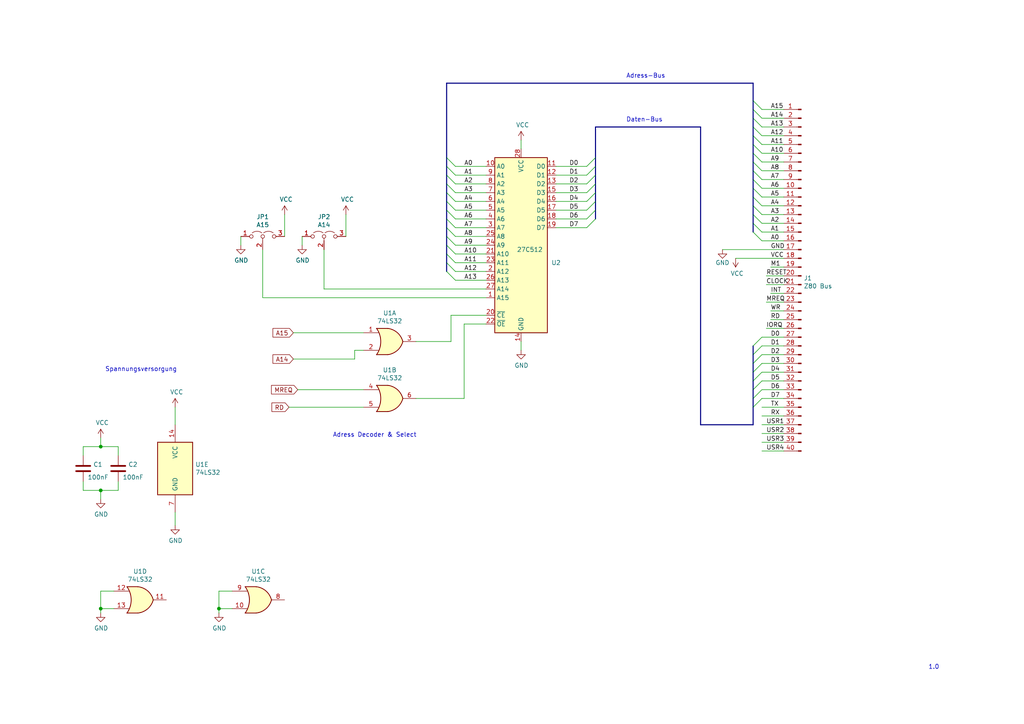
<source format=kicad_sch>
(kicad_sch
	(version 20231120)
	(generator "eeschema")
	(generator_version "8.0")
	(uuid "d87676d2-808c-4345-ae82-9d3db528a1b2")
	(paper "A4")
	(title_block
		(title "aZ80 ROM")
		(date "01.05.2021")
		(rev "1.0")
		(company "attraktor e.V.")
	)
	(lib_symbols
		(symbol "74xx:74LS32"
			(pin_names
				(offset 1.016)
			)
			(exclude_from_sim no)
			(in_bom yes)
			(on_board yes)
			(property "Reference" "U"
				(at 0 1.27 0)
				(effects
					(font
						(size 1.27 1.27)
					)
				)
			)
			(property "Value" "74LS32"
				(at 0 -1.27 0)
				(effects
					(font
						(size 1.27 1.27)
					)
				)
			)
			(property "Footprint" ""
				(at 0 0 0)
				(effects
					(font
						(size 1.27 1.27)
					)
					(hide yes)
				)
			)
			(property "Datasheet" "http://www.ti.com/lit/gpn/sn74LS32"
				(at 0 0 0)
				(effects
					(font
						(size 1.27 1.27)
					)
					(hide yes)
				)
			)
			(property "Description" "Quad 2-input OR"
				(at 0 0 0)
				(effects
					(font
						(size 1.27 1.27)
					)
					(hide yes)
				)
			)
			(property "ki_locked" ""
				(at 0 0 0)
				(effects
					(font
						(size 1.27 1.27)
					)
				)
			)
			(property "ki_keywords" "TTL Or2"
				(at 0 0 0)
				(effects
					(font
						(size 1.27 1.27)
					)
					(hide yes)
				)
			)
			(property "ki_fp_filters" "DIP?14*"
				(at 0 0 0)
				(effects
					(font
						(size 1.27 1.27)
					)
					(hide yes)
				)
			)
			(symbol "74LS32_1_1"
				(arc
					(start -3.81 -3.81)
					(mid -2.589 0)
					(end -3.81 3.81)
					(stroke
						(width 0.254)
						(type default)
					)
					(fill
						(type none)
					)
				)
				(arc
					(start -0.6096 -3.81)
					(mid 2.1842 -2.5851)
					(end 3.81 0)
					(stroke
						(width 0.254)
						(type default)
					)
					(fill
						(type background)
					)
				)
				(polyline
					(pts
						(xy -3.81 -3.81) (xy -0.635 -3.81)
					)
					(stroke
						(width 0.254)
						(type default)
					)
					(fill
						(type background)
					)
				)
				(polyline
					(pts
						(xy -3.81 3.81) (xy -0.635 3.81)
					)
					(stroke
						(width 0.254)
						(type default)
					)
					(fill
						(type background)
					)
				)
				(polyline
					(pts
						(xy -0.635 3.81) (xy -3.81 3.81) (xy -3.81 3.81) (xy -3.556 3.4036) (xy -3.0226 2.2606) (xy -2.6924 1.0414)
						(xy -2.6162 -0.254) (xy -2.7686 -1.4986) (xy -3.175 -2.7178) (xy -3.81 -3.81) (xy -3.81 -3.81)
						(xy -0.635 -3.81)
					)
					(stroke
						(width -25.4)
						(type default)
					)
					(fill
						(type background)
					)
				)
				(arc
					(start 3.81 0)
					(mid 2.1915 2.5936)
					(end -0.6096 3.81)
					(stroke
						(width 0.254)
						(type default)
					)
					(fill
						(type background)
					)
				)
				(pin input line
					(at -7.62 2.54 0)
					(length 4.318)
					(name "~"
						(effects
							(font
								(size 1.27 1.27)
							)
						)
					)
					(number "1"
						(effects
							(font
								(size 1.27 1.27)
							)
						)
					)
				)
				(pin input line
					(at -7.62 -2.54 0)
					(length 4.318)
					(name "~"
						(effects
							(font
								(size 1.27 1.27)
							)
						)
					)
					(number "2"
						(effects
							(font
								(size 1.27 1.27)
							)
						)
					)
				)
				(pin output line
					(at 7.62 0 180)
					(length 3.81)
					(name "~"
						(effects
							(font
								(size 1.27 1.27)
							)
						)
					)
					(number "3"
						(effects
							(font
								(size 1.27 1.27)
							)
						)
					)
				)
			)
			(symbol "74LS32_1_2"
				(arc
					(start 0 -3.81)
					(mid 3.7934 0)
					(end 0 3.81)
					(stroke
						(width 0.254)
						(type default)
					)
					(fill
						(type background)
					)
				)
				(polyline
					(pts
						(xy 0 3.81) (xy -3.81 3.81) (xy -3.81 -3.81) (xy 0 -3.81)
					)
					(stroke
						(width 0.254)
						(type default)
					)
					(fill
						(type background)
					)
				)
				(pin input inverted
					(at -7.62 2.54 0)
					(length 3.81)
					(name "~"
						(effects
							(font
								(size 1.27 1.27)
							)
						)
					)
					(number "1"
						(effects
							(font
								(size 1.27 1.27)
							)
						)
					)
				)
				(pin input inverted
					(at -7.62 -2.54 0)
					(length 3.81)
					(name "~"
						(effects
							(font
								(size 1.27 1.27)
							)
						)
					)
					(number "2"
						(effects
							(font
								(size 1.27 1.27)
							)
						)
					)
				)
				(pin output inverted
					(at 7.62 0 180)
					(length 3.81)
					(name "~"
						(effects
							(font
								(size 1.27 1.27)
							)
						)
					)
					(number "3"
						(effects
							(font
								(size 1.27 1.27)
							)
						)
					)
				)
			)
			(symbol "74LS32_2_1"
				(arc
					(start -3.81 -3.81)
					(mid -2.589 0)
					(end -3.81 3.81)
					(stroke
						(width 0.254)
						(type default)
					)
					(fill
						(type none)
					)
				)
				(arc
					(start -0.6096 -3.81)
					(mid 2.1842 -2.5851)
					(end 3.81 0)
					(stroke
						(width 0.254)
						(type default)
					)
					(fill
						(type background)
					)
				)
				(polyline
					(pts
						(xy -3.81 -3.81) (xy -0.635 -3.81)
					)
					(stroke
						(width 0.254)
						(type default)
					)
					(fill
						(type background)
					)
				)
				(polyline
					(pts
						(xy -3.81 3.81) (xy -0.635 3.81)
					)
					(stroke
						(width 0.254)
						(type default)
					)
					(fill
						(type background)
					)
				)
				(polyline
					(pts
						(xy -0.635 3.81) (xy -3.81 3.81) (xy -3.81 3.81) (xy -3.556 3.4036) (xy -3.0226 2.2606) (xy -2.6924 1.0414)
						(xy -2.6162 -0.254) (xy -2.7686 -1.4986) (xy -3.175 -2.7178) (xy -3.81 -3.81) (xy -3.81 -3.81)
						(xy -0.635 -3.81)
					)
					(stroke
						(width -25.4)
						(type default)
					)
					(fill
						(type background)
					)
				)
				(arc
					(start 3.81 0)
					(mid 2.1915 2.5936)
					(end -0.6096 3.81)
					(stroke
						(width 0.254)
						(type default)
					)
					(fill
						(type background)
					)
				)
				(pin input line
					(at -7.62 2.54 0)
					(length 4.318)
					(name "~"
						(effects
							(font
								(size 1.27 1.27)
							)
						)
					)
					(number "4"
						(effects
							(font
								(size 1.27 1.27)
							)
						)
					)
				)
				(pin input line
					(at -7.62 -2.54 0)
					(length 4.318)
					(name "~"
						(effects
							(font
								(size 1.27 1.27)
							)
						)
					)
					(number "5"
						(effects
							(font
								(size 1.27 1.27)
							)
						)
					)
				)
				(pin output line
					(at 7.62 0 180)
					(length 3.81)
					(name "~"
						(effects
							(font
								(size 1.27 1.27)
							)
						)
					)
					(number "6"
						(effects
							(font
								(size 1.27 1.27)
							)
						)
					)
				)
			)
			(symbol "74LS32_2_2"
				(arc
					(start 0 -3.81)
					(mid 3.7934 0)
					(end 0 3.81)
					(stroke
						(width 0.254)
						(type default)
					)
					(fill
						(type background)
					)
				)
				(polyline
					(pts
						(xy 0 3.81) (xy -3.81 3.81) (xy -3.81 -3.81) (xy 0 -3.81)
					)
					(stroke
						(width 0.254)
						(type default)
					)
					(fill
						(type background)
					)
				)
				(pin input inverted
					(at -7.62 2.54 0)
					(length 3.81)
					(name "~"
						(effects
							(font
								(size 1.27 1.27)
							)
						)
					)
					(number "4"
						(effects
							(font
								(size 1.27 1.27)
							)
						)
					)
				)
				(pin input inverted
					(at -7.62 -2.54 0)
					(length 3.81)
					(name "~"
						(effects
							(font
								(size 1.27 1.27)
							)
						)
					)
					(number "5"
						(effects
							(font
								(size 1.27 1.27)
							)
						)
					)
				)
				(pin output inverted
					(at 7.62 0 180)
					(length 3.81)
					(name "~"
						(effects
							(font
								(size 1.27 1.27)
							)
						)
					)
					(number "6"
						(effects
							(font
								(size 1.27 1.27)
							)
						)
					)
				)
			)
			(symbol "74LS32_3_1"
				(arc
					(start -3.81 -3.81)
					(mid -2.589 0)
					(end -3.81 3.81)
					(stroke
						(width 0.254)
						(type default)
					)
					(fill
						(type none)
					)
				)
				(arc
					(start -0.6096 -3.81)
					(mid 2.1842 -2.5851)
					(end 3.81 0)
					(stroke
						(width 0.254)
						(type default)
					)
					(fill
						(type background)
					)
				)
				(polyline
					(pts
						(xy -3.81 -3.81) (xy -0.635 -3.81)
					)
					(stroke
						(width 0.254)
						(type default)
					)
					(fill
						(type background)
					)
				)
				(polyline
					(pts
						(xy -3.81 3.81) (xy -0.635 3.81)
					)
					(stroke
						(width 0.254)
						(type default)
					)
					(fill
						(type background)
					)
				)
				(polyline
					(pts
						(xy -0.635 3.81) (xy -3.81 3.81) (xy -3.81 3.81) (xy -3.556 3.4036) (xy -3.0226 2.2606) (xy -2.6924 1.0414)
						(xy -2.6162 -0.254) (xy -2.7686 -1.4986) (xy -3.175 -2.7178) (xy -3.81 -3.81) (xy -3.81 -3.81)
						(xy -0.635 -3.81)
					)
					(stroke
						(width -25.4)
						(type default)
					)
					(fill
						(type background)
					)
				)
				(arc
					(start 3.81 0)
					(mid 2.1915 2.5936)
					(end -0.6096 3.81)
					(stroke
						(width 0.254)
						(type default)
					)
					(fill
						(type background)
					)
				)
				(pin input line
					(at -7.62 -2.54 0)
					(length 4.318)
					(name "~"
						(effects
							(font
								(size 1.27 1.27)
							)
						)
					)
					(number "10"
						(effects
							(font
								(size 1.27 1.27)
							)
						)
					)
				)
				(pin output line
					(at 7.62 0 180)
					(length 3.81)
					(name "~"
						(effects
							(font
								(size 1.27 1.27)
							)
						)
					)
					(number "8"
						(effects
							(font
								(size 1.27 1.27)
							)
						)
					)
				)
				(pin input line
					(at -7.62 2.54 0)
					(length 4.318)
					(name "~"
						(effects
							(font
								(size 1.27 1.27)
							)
						)
					)
					(number "9"
						(effects
							(font
								(size 1.27 1.27)
							)
						)
					)
				)
			)
			(symbol "74LS32_3_2"
				(arc
					(start 0 -3.81)
					(mid 3.7934 0)
					(end 0 3.81)
					(stroke
						(width 0.254)
						(type default)
					)
					(fill
						(type background)
					)
				)
				(polyline
					(pts
						(xy 0 3.81) (xy -3.81 3.81) (xy -3.81 -3.81) (xy 0 -3.81)
					)
					(stroke
						(width 0.254)
						(type default)
					)
					(fill
						(type background)
					)
				)
				(pin input inverted
					(at -7.62 -2.54 0)
					(length 3.81)
					(name "~"
						(effects
							(font
								(size 1.27 1.27)
							)
						)
					)
					(number "10"
						(effects
							(font
								(size 1.27 1.27)
							)
						)
					)
				)
				(pin output inverted
					(at 7.62 0 180)
					(length 3.81)
					(name "~"
						(effects
							(font
								(size 1.27 1.27)
							)
						)
					)
					(number "8"
						(effects
							(font
								(size 1.27 1.27)
							)
						)
					)
				)
				(pin input inverted
					(at -7.62 2.54 0)
					(length 3.81)
					(name "~"
						(effects
							(font
								(size 1.27 1.27)
							)
						)
					)
					(number "9"
						(effects
							(font
								(size 1.27 1.27)
							)
						)
					)
				)
			)
			(symbol "74LS32_4_1"
				(arc
					(start -3.81 -3.81)
					(mid -2.589 0)
					(end -3.81 3.81)
					(stroke
						(width 0.254)
						(type default)
					)
					(fill
						(type none)
					)
				)
				(arc
					(start -0.6096 -3.81)
					(mid 2.1842 -2.5851)
					(end 3.81 0)
					(stroke
						(width 0.254)
						(type default)
					)
					(fill
						(type background)
					)
				)
				(polyline
					(pts
						(xy -3.81 -3.81) (xy -0.635 -3.81)
					)
					(stroke
						(width 0.254)
						(type default)
					)
					(fill
						(type background)
					)
				)
				(polyline
					(pts
						(xy -3.81 3.81) (xy -0.635 3.81)
					)
					(stroke
						(width 0.254)
						(type default)
					)
					(fill
						(type background)
					)
				)
				(polyline
					(pts
						(xy -0.635 3.81) (xy -3.81 3.81) (xy -3.81 3.81) (xy -3.556 3.4036) (xy -3.0226 2.2606) (xy -2.6924 1.0414)
						(xy -2.6162 -0.254) (xy -2.7686 -1.4986) (xy -3.175 -2.7178) (xy -3.81 -3.81) (xy -3.81 -3.81)
						(xy -0.635 -3.81)
					)
					(stroke
						(width -25.4)
						(type default)
					)
					(fill
						(type background)
					)
				)
				(arc
					(start 3.81 0)
					(mid 2.1915 2.5936)
					(end -0.6096 3.81)
					(stroke
						(width 0.254)
						(type default)
					)
					(fill
						(type background)
					)
				)
				(pin output line
					(at 7.62 0 180)
					(length 3.81)
					(name "~"
						(effects
							(font
								(size 1.27 1.27)
							)
						)
					)
					(number "11"
						(effects
							(font
								(size 1.27 1.27)
							)
						)
					)
				)
				(pin input line
					(at -7.62 2.54 0)
					(length 4.318)
					(name "~"
						(effects
							(font
								(size 1.27 1.27)
							)
						)
					)
					(number "12"
						(effects
							(font
								(size 1.27 1.27)
							)
						)
					)
				)
				(pin input line
					(at -7.62 -2.54 0)
					(length 4.318)
					(name "~"
						(effects
							(font
								(size 1.27 1.27)
							)
						)
					)
					(number "13"
						(effects
							(font
								(size 1.27 1.27)
							)
						)
					)
				)
			)
			(symbol "74LS32_4_2"
				(arc
					(start 0 -3.81)
					(mid 3.7934 0)
					(end 0 3.81)
					(stroke
						(width 0.254)
						(type default)
					)
					(fill
						(type background)
					)
				)
				(polyline
					(pts
						(xy 0 3.81) (xy -3.81 3.81) (xy -3.81 -3.81) (xy 0 -3.81)
					)
					(stroke
						(width 0.254)
						(type default)
					)
					(fill
						(type background)
					)
				)
				(pin output inverted
					(at 7.62 0 180)
					(length 3.81)
					(name "~"
						(effects
							(font
								(size 1.27 1.27)
							)
						)
					)
					(number "11"
						(effects
							(font
								(size 1.27 1.27)
							)
						)
					)
				)
				(pin input inverted
					(at -7.62 2.54 0)
					(length 3.81)
					(name "~"
						(effects
							(font
								(size 1.27 1.27)
							)
						)
					)
					(number "12"
						(effects
							(font
								(size 1.27 1.27)
							)
						)
					)
				)
				(pin input inverted
					(at -7.62 -2.54 0)
					(length 3.81)
					(name "~"
						(effects
							(font
								(size 1.27 1.27)
							)
						)
					)
					(number "13"
						(effects
							(font
								(size 1.27 1.27)
							)
						)
					)
				)
			)
			(symbol "74LS32_5_0"
				(pin power_in line
					(at 0 12.7 270)
					(length 5.08)
					(name "VCC"
						(effects
							(font
								(size 1.27 1.27)
							)
						)
					)
					(number "14"
						(effects
							(font
								(size 1.27 1.27)
							)
						)
					)
				)
				(pin power_in line
					(at 0 -12.7 90)
					(length 5.08)
					(name "GND"
						(effects
							(font
								(size 1.27 1.27)
							)
						)
					)
					(number "7"
						(effects
							(font
								(size 1.27 1.27)
							)
						)
					)
				)
			)
			(symbol "74LS32_5_1"
				(rectangle
					(start -5.08 7.62)
					(end 5.08 -7.62)
					(stroke
						(width 0.254)
						(type default)
					)
					(fill
						(type background)
					)
				)
			)
		)
		(symbol "Device:C"
			(pin_numbers hide)
			(pin_names
				(offset 0.254)
			)
			(exclude_from_sim no)
			(in_bom yes)
			(on_board yes)
			(property "Reference" "C"
				(at 0.635 2.54 0)
				(effects
					(font
						(size 1.27 1.27)
					)
					(justify left)
				)
			)
			(property "Value" "C"
				(at 0.635 -2.54 0)
				(effects
					(font
						(size 1.27 1.27)
					)
					(justify left)
				)
			)
			(property "Footprint" ""
				(at 0.9652 -3.81 0)
				(effects
					(font
						(size 1.27 1.27)
					)
					(hide yes)
				)
			)
			(property "Datasheet" "~"
				(at 0 0 0)
				(effects
					(font
						(size 1.27 1.27)
					)
					(hide yes)
				)
			)
			(property "Description" "Unpolarized capacitor"
				(at 0 0 0)
				(effects
					(font
						(size 1.27 1.27)
					)
					(hide yes)
				)
			)
			(property "ki_keywords" "cap capacitor"
				(at 0 0 0)
				(effects
					(font
						(size 1.27 1.27)
					)
					(hide yes)
				)
			)
			(property "ki_fp_filters" "C_*"
				(at 0 0 0)
				(effects
					(font
						(size 1.27 1.27)
					)
					(hide yes)
				)
			)
			(symbol "C_0_1"
				(polyline
					(pts
						(xy -2.032 -0.762) (xy 2.032 -0.762)
					)
					(stroke
						(width 0.508)
						(type default)
					)
					(fill
						(type none)
					)
				)
				(polyline
					(pts
						(xy -2.032 0.762) (xy 2.032 0.762)
					)
					(stroke
						(width 0.508)
						(type default)
					)
					(fill
						(type none)
					)
				)
			)
			(symbol "C_1_1"
				(pin passive line
					(at 0 3.81 270)
					(length 2.794)
					(name "~"
						(effects
							(font
								(size 1.27 1.27)
							)
						)
					)
					(number "1"
						(effects
							(font
								(size 1.27 1.27)
							)
						)
					)
				)
				(pin passive line
					(at 0 -3.81 90)
					(length 2.794)
					(name "~"
						(effects
							(font
								(size 1.27 1.27)
							)
						)
					)
					(number "2"
						(effects
							(font
								(size 1.27 1.27)
							)
						)
					)
				)
			)
		)
		(symbol "Memory_EPROM:27C512"
			(exclude_from_sim no)
			(in_bom yes)
			(on_board yes)
			(property "Reference" "U"
				(at -7.62 26.67 0)
				(effects
					(font
						(size 1.27 1.27)
					)
				)
			)
			(property "Value" "27C512"
				(at 2.54 -26.67 0)
				(effects
					(font
						(size 1.27 1.27)
					)
					(justify left)
				)
			)
			(property "Footprint" "Package_DIP:DIP-28_W15.24mm"
				(at 0 0 0)
				(effects
					(font
						(size 1.27 1.27)
					)
					(hide yes)
				)
			)
			(property "Datasheet" "http://ww1.microchip.com/downloads/en/DeviceDoc/doc0015.pdf"
				(at 0 0 0)
				(effects
					(font
						(size 1.27 1.27)
					)
					(hide yes)
				)
			)
			(property "Description" "OTP EPROM 512 KiBit"
				(at 0 0 0)
				(effects
					(font
						(size 1.27 1.27)
					)
					(hide yes)
				)
			)
			(property "ki_keywords" "OTP EPROM 512KiBit"
				(at 0 0 0)
				(effects
					(font
						(size 1.27 1.27)
					)
					(hide yes)
				)
			)
			(property "ki_fp_filters" "DIP*W15.24mm*"
				(at 0 0 0)
				(effects
					(font
						(size 1.27 1.27)
					)
					(hide yes)
				)
			)
			(symbol "27C512_1_1"
				(rectangle
					(start -7.62 25.4)
					(end 7.62 -25.4)
					(stroke
						(width 0.254)
						(type default)
					)
					(fill
						(type background)
					)
				)
				(pin input line
					(at -10.16 -15.24 0)
					(length 2.54)
					(name "A15"
						(effects
							(font
								(size 1.27 1.27)
							)
						)
					)
					(number "1"
						(effects
							(font
								(size 1.27 1.27)
							)
						)
					)
				)
				(pin input line
					(at -10.16 22.86 0)
					(length 2.54)
					(name "A0"
						(effects
							(font
								(size 1.27 1.27)
							)
						)
					)
					(number "10"
						(effects
							(font
								(size 1.27 1.27)
							)
						)
					)
				)
				(pin tri_state line
					(at 10.16 22.86 180)
					(length 2.54)
					(name "D0"
						(effects
							(font
								(size 1.27 1.27)
							)
						)
					)
					(number "11"
						(effects
							(font
								(size 1.27 1.27)
							)
						)
					)
				)
				(pin tri_state line
					(at 10.16 20.32 180)
					(length 2.54)
					(name "D1"
						(effects
							(font
								(size 1.27 1.27)
							)
						)
					)
					(number "12"
						(effects
							(font
								(size 1.27 1.27)
							)
						)
					)
				)
				(pin tri_state line
					(at 10.16 17.78 180)
					(length 2.54)
					(name "D2"
						(effects
							(font
								(size 1.27 1.27)
							)
						)
					)
					(number "13"
						(effects
							(font
								(size 1.27 1.27)
							)
						)
					)
				)
				(pin power_in line
					(at 0 -27.94 90)
					(length 2.54)
					(name "GND"
						(effects
							(font
								(size 1.27 1.27)
							)
						)
					)
					(number "14"
						(effects
							(font
								(size 1.27 1.27)
							)
						)
					)
				)
				(pin tri_state line
					(at 10.16 15.24 180)
					(length 2.54)
					(name "D3"
						(effects
							(font
								(size 1.27 1.27)
							)
						)
					)
					(number "15"
						(effects
							(font
								(size 1.27 1.27)
							)
						)
					)
				)
				(pin tri_state line
					(at 10.16 12.7 180)
					(length 2.54)
					(name "D4"
						(effects
							(font
								(size 1.27 1.27)
							)
						)
					)
					(number "16"
						(effects
							(font
								(size 1.27 1.27)
							)
						)
					)
				)
				(pin tri_state line
					(at 10.16 10.16 180)
					(length 2.54)
					(name "D5"
						(effects
							(font
								(size 1.27 1.27)
							)
						)
					)
					(number "17"
						(effects
							(font
								(size 1.27 1.27)
							)
						)
					)
				)
				(pin tri_state line
					(at 10.16 7.62 180)
					(length 2.54)
					(name "D6"
						(effects
							(font
								(size 1.27 1.27)
							)
						)
					)
					(number "18"
						(effects
							(font
								(size 1.27 1.27)
							)
						)
					)
				)
				(pin tri_state line
					(at 10.16 5.08 180)
					(length 2.54)
					(name "D7"
						(effects
							(font
								(size 1.27 1.27)
							)
						)
					)
					(number "19"
						(effects
							(font
								(size 1.27 1.27)
							)
						)
					)
				)
				(pin input line
					(at -10.16 -7.62 0)
					(length 2.54)
					(name "A12"
						(effects
							(font
								(size 1.27 1.27)
							)
						)
					)
					(number "2"
						(effects
							(font
								(size 1.27 1.27)
							)
						)
					)
				)
				(pin input line
					(at -10.16 -20.32 0)
					(length 2.54)
					(name "~{CE}"
						(effects
							(font
								(size 1.27 1.27)
							)
						)
					)
					(number "20"
						(effects
							(font
								(size 1.27 1.27)
							)
						)
					)
				)
				(pin input line
					(at -10.16 -2.54 0)
					(length 2.54)
					(name "A10"
						(effects
							(font
								(size 1.27 1.27)
							)
						)
					)
					(number "21"
						(effects
							(font
								(size 1.27 1.27)
							)
						)
					)
				)
				(pin input line
					(at -10.16 -22.86 0)
					(length 2.54)
					(name "~{OE}"
						(effects
							(font
								(size 1.27 1.27)
							)
						)
					)
					(number "22"
						(effects
							(font
								(size 1.27 1.27)
							)
						)
					)
				)
				(pin input line
					(at -10.16 -5.08 0)
					(length 2.54)
					(name "A11"
						(effects
							(font
								(size 1.27 1.27)
							)
						)
					)
					(number "23"
						(effects
							(font
								(size 1.27 1.27)
							)
						)
					)
				)
				(pin input line
					(at -10.16 0 0)
					(length 2.54)
					(name "A9"
						(effects
							(font
								(size 1.27 1.27)
							)
						)
					)
					(number "24"
						(effects
							(font
								(size 1.27 1.27)
							)
						)
					)
				)
				(pin input line
					(at -10.16 2.54 0)
					(length 2.54)
					(name "A8"
						(effects
							(font
								(size 1.27 1.27)
							)
						)
					)
					(number "25"
						(effects
							(font
								(size 1.27 1.27)
							)
						)
					)
				)
				(pin input line
					(at -10.16 -10.16 0)
					(length 2.54)
					(name "A13"
						(effects
							(font
								(size 1.27 1.27)
							)
						)
					)
					(number "26"
						(effects
							(font
								(size 1.27 1.27)
							)
						)
					)
				)
				(pin input line
					(at -10.16 -12.7 0)
					(length 2.54)
					(name "A14"
						(effects
							(font
								(size 1.27 1.27)
							)
						)
					)
					(number "27"
						(effects
							(font
								(size 1.27 1.27)
							)
						)
					)
				)
				(pin power_in line
					(at 0 27.94 270)
					(length 2.54)
					(name "VCC"
						(effects
							(font
								(size 1.27 1.27)
							)
						)
					)
					(number "28"
						(effects
							(font
								(size 1.27 1.27)
							)
						)
					)
				)
				(pin input line
					(at -10.16 5.08 0)
					(length 2.54)
					(name "A7"
						(effects
							(font
								(size 1.27 1.27)
							)
						)
					)
					(number "3"
						(effects
							(font
								(size 1.27 1.27)
							)
						)
					)
				)
				(pin input line
					(at -10.16 7.62 0)
					(length 2.54)
					(name "A6"
						(effects
							(font
								(size 1.27 1.27)
							)
						)
					)
					(number "4"
						(effects
							(font
								(size 1.27 1.27)
							)
						)
					)
				)
				(pin input line
					(at -10.16 10.16 0)
					(length 2.54)
					(name "A5"
						(effects
							(font
								(size 1.27 1.27)
							)
						)
					)
					(number "5"
						(effects
							(font
								(size 1.27 1.27)
							)
						)
					)
				)
				(pin input line
					(at -10.16 12.7 0)
					(length 2.54)
					(name "A4"
						(effects
							(font
								(size 1.27 1.27)
							)
						)
					)
					(number "6"
						(effects
							(font
								(size 1.27 1.27)
							)
						)
					)
				)
				(pin input line
					(at -10.16 15.24 0)
					(length 2.54)
					(name "A3"
						(effects
							(font
								(size 1.27 1.27)
							)
						)
					)
					(number "7"
						(effects
							(font
								(size 1.27 1.27)
							)
						)
					)
				)
				(pin input line
					(at -10.16 17.78 0)
					(length 2.54)
					(name "A2"
						(effects
							(font
								(size 1.27 1.27)
							)
						)
					)
					(number "8"
						(effects
							(font
								(size 1.27 1.27)
							)
						)
					)
				)
				(pin input line
					(at -10.16 20.32 0)
					(length 2.54)
					(name "A1"
						(effects
							(font
								(size 1.27 1.27)
							)
						)
					)
					(number "9"
						(effects
							(font
								(size 1.27 1.27)
							)
						)
					)
				)
			)
		)
		(symbol "aZ80_ROM-rescue:Conn_01x40_Male-Connector"
			(pin_names
				(offset 1.016) hide)
			(exclude_from_sim no)
			(in_bom yes)
			(on_board yes)
			(property "Reference" "J"
				(at 0 50.8 0)
				(effects
					(font
						(size 1.27 1.27)
					)
				)
			)
			(property "Value" "Connector_Conn_01x40_Male"
				(at 0 -53.34 0)
				(effects
					(font
						(size 1.27 1.27)
					)
				)
			)
			(property "Footprint" ""
				(at 0 0 0)
				(effects
					(font
						(size 1.27 1.27)
					)
					(hide yes)
				)
			)
			(property "Datasheet" ""
				(at 0 0 0)
				(effects
					(font
						(size 1.27 1.27)
					)
					(hide yes)
				)
			)
			(property "Description" ""
				(at 0 0 0)
				(effects
					(font
						(size 1.27 1.27)
					)
					(hide yes)
				)
			)
			(property "ki_fp_filters" "Connector*:*_1x??_*"
				(at 0 0 0)
				(effects
					(font
						(size 1.27 1.27)
					)
					(hide yes)
				)
			)
			(symbol "Conn_01x40_Male-Connector_1_1"
				(polyline
					(pts
						(xy 1.27 -50.8) (xy 0.8636 -50.8)
					)
					(stroke
						(width 0.1524)
						(type solid)
					)
					(fill
						(type none)
					)
				)
				(polyline
					(pts
						(xy 1.27 -48.26) (xy 0.8636 -48.26)
					)
					(stroke
						(width 0.1524)
						(type solid)
					)
					(fill
						(type none)
					)
				)
				(polyline
					(pts
						(xy 1.27 -45.72) (xy 0.8636 -45.72)
					)
					(stroke
						(width 0.1524)
						(type solid)
					)
					(fill
						(type none)
					)
				)
				(polyline
					(pts
						(xy 1.27 -43.18) (xy 0.8636 -43.18)
					)
					(stroke
						(width 0.1524)
						(type solid)
					)
					(fill
						(type none)
					)
				)
				(polyline
					(pts
						(xy 1.27 -40.64) (xy 0.8636 -40.64)
					)
					(stroke
						(width 0.1524)
						(type solid)
					)
					(fill
						(type none)
					)
				)
				(polyline
					(pts
						(xy 1.27 -38.1) (xy 0.8636 -38.1)
					)
					(stroke
						(width 0.1524)
						(type solid)
					)
					(fill
						(type none)
					)
				)
				(polyline
					(pts
						(xy 1.27 -35.56) (xy 0.8636 -35.56)
					)
					(stroke
						(width 0.1524)
						(type solid)
					)
					(fill
						(type none)
					)
				)
				(polyline
					(pts
						(xy 1.27 -33.02) (xy 0.8636 -33.02)
					)
					(stroke
						(width 0.1524)
						(type solid)
					)
					(fill
						(type none)
					)
				)
				(polyline
					(pts
						(xy 1.27 -30.48) (xy 0.8636 -30.48)
					)
					(stroke
						(width 0.1524)
						(type solid)
					)
					(fill
						(type none)
					)
				)
				(polyline
					(pts
						(xy 1.27 -27.94) (xy 0.8636 -27.94)
					)
					(stroke
						(width 0.1524)
						(type solid)
					)
					(fill
						(type none)
					)
				)
				(polyline
					(pts
						(xy 1.27 -25.4) (xy 0.8636 -25.4)
					)
					(stroke
						(width 0.1524)
						(type solid)
					)
					(fill
						(type none)
					)
				)
				(polyline
					(pts
						(xy 1.27 -22.86) (xy 0.8636 -22.86)
					)
					(stroke
						(width 0.1524)
						(type solid)
					)
					(fill
						(type none)
					)
				)
				(polyline
					(pts
						(xy 1.27 -20.32) (xy 0.8636 -20.32)
					)
					(stroke
						(width 0.1524)
						(type solid)
					)
					(fill
						(type none)
					)
				)
				(polyline
					(pts
						(xy 1.27 -17.78) (xy 0.8636 -17.78)
					)
					(stroke
						(width 0.1524)
						(type solid)
					)
					(fill
						(type none)
					)
				)
				(polyline
					(pts
						(xy 1.27 -15.24) (xy 0.8636 -15.24)
					)
					(stroke
						(width 0.1524)
						(type solid)
					)
					(fill
						(type none)
					)
				)
				(polyline
					(pts
						(xy 1.27 -12.7) (xy 0.8636 -12.7)
					)
					(stroke
						(width 0.1524)
						(type solid)
					)
					(fill
						(type none)
					)
				)
				(polyline
					(pts
						(xy 1.27 -10.16) (xy 0.8636 -10.16)
					)
					(stroke
						(width 0.1524)
						(type solid)
					)
					(fill
						(type none)
					)
				)
				(polyline
					(pts
						(xy 1.27 -7.62) (xy 0.8636 -7.62)
					)
					(stroke
						(width 0.1524)
						(type solid)
					)
					(fill
						(type none)
					)
				)
				(polyline
					(pts
						(xy 1.27 -5.08) (xy 0.8636 -5.08)
					)
					(stroke
						(width 0.1524)
						(type solid)
					)
					(fill
						(type none)
					)
				)
				(polyline
					(pts
						(xy 1.27 -2.54) (xy 0.8636 -2.54)
					)
					(stroke
						(width 0.1524)
						(type solid)
					)
					(fill
						(type none)
					)
				)
				(polyline
					(pts
						(xy 1.27 0) (xy 0.8636 0)
					)
					(stroke
						(width 0.1524)
						(type solid)
					)
					(fill
						(type none)
					)
				)
				(polyline
					(pts
						(xy 1.27 2.54) (xy 0.8636 2.54)
					)
					(stroke
						(width 0.1524)
						(type solid)
					)
					(fill
						(type none)
					)
				)
				(polyline
					(pts
						(xy 1.27 5.08) (xy 0.8636 5.08)
					)
					(stroke
						(width 0.1524)
						(type solid)
					)
					(fill
						(type none)
					)
				)
				(polyline
					(pts
						(xy 1.27 7.62) (xy 0.8636 7.62)
					)
					(stroke
						(width 0.1524)
						(type solid)
					)
					(fill
						(type none)
					)
				)
				(polyline
					(pts
						(xy 1.27 10.16) (xy 0.8636 10.16)
					)
					(stroke
						(width 0.1524)
						(type solid)
					)
					(fill
						(type none)
					)
				)
				(polyline
					(pts
						(xy 1.27 12.7) (xy 0.8636 12.7)
					)
					(stroke
						(width 0.1524)
						(type solid)
					)
					(fill
						(type none)
					)
				)
				(polyline
					(pts
						(xy 1.27 15.24) (xy 0.8636 15.24)
					)
					(stroke
						(width 0.1524)
						(type solid)
					)
					(fill
						(type none)
					)
				)
				(polyline
					(pts
						(xy 1.27 17.78) (xy 0.8636 17.78)
					)
					(stroke
						(width 0.1524)
						(type solid)
					)
					(fill
						(type none)
					)
				)
				(polyline
					(pts
						(xy 1.27 20.32) (xy 0.8636 20.32)
					)
					(stroke
						(width 0.1524)
						(type solid)
					)
					(fill
						(type none)
					)
				)
				(polyline
					(pts
						(xy 1.27 22.86) (xy 0.8636 22.86)
					)
					(stroke
						(width 0.1524)
						(type solid)
					)
					(fill
						(type none)
					)
				)
				(polyline
					(pts
						(xy 1.27 25.4) (xy 0.8636 25.4)
					)
					(stroke
						(width 0.1524)
						(type solid)
					)
					(fill
						(type none)
					)
				)
				(polyline
					(pts
						(xy 1.27 27.94) (xy 0.8636 27.94)
					)
					(stroke
						(width 0.1524)
						(type solid)
					)
					(fill
						(type none)
					)
				)
				(polyline
					(pts
						(xy 1.27 30.48) (xy 0.8636 30.48)
					)
					(stroke
						(width 0.1524)
						(type solid)
					)
					(fill
						(type none)
					)
				)
				(polyline
					(pts
						(xy 1.27 33.02) (xy 0.8636 33.02)
					)
					(stroke
						(width 0.1524)
						(type solid)
					)
					(fill
						(type none)
					)
				)
				(polyline
					(pts
						(xy 1.27 35.56) (xy 0.8636 35.56)
					)
					(stroke
						(width 0.1524)
						(type solid)
					)
					(fill
						(type none)
					)
				)
				(polyline
					(pts
						(xy 1.27 38.1) (xy 0.8636 38.1)
					)
					(stroke
						(width 0.1524)
						(type solid)
					)
					(fill
						(type none)
					)
				)
				(polyline
					(pts
						(xy 1.27 40.64) (xy 0.8636 40.64)
					)
					(stroke
						(width 0.1524)
						(type solid)
					)
					(fill
						(type none)
					)
				)
				(polyline
					(pts
						(xy 1.27 43.18) (xy 0.8636 43.18)
					)
					(stroke
						(width 0.1524)
						(type solid)
					)
					(fill
						(type none)
					)
				)
				(polyline
					(pts
						(xy 1.27 45.72) (xy 0.8636 45.72)
					)
					(stroke
						(width 0.1524)
						(type solid)
					)
					(fill
						(type none)
					)
				)
				(polyline
					(pts
						(xy 1.27 48.26) (xy 0.8636 48.26)
					)
					(stroke
						(width 0.1524)
						(type solid)
					)
					(fill
						(type none)
					)
				)
				(rectangle
					(start 0.8636 -50.673)
					(end 0 -50.927)
					(stroke
						(width 0.1524)
						(type solid)
					)
					(fill
						(type outline)
					)
				)
				(rectangle
					(start 0.8636 -48.133)
					(end 0 -48.387)
					(stroke
						(width 0.1524)
						(type solid)
					)
					(fill
						(type outline)
					)
				)
				(rectangle
					(start 0.8636 -45.593)
					(end 0 -45.847)
					(stroke
						(width 0.1524)
						(type solid)
					)
					(fill
						(type outline)
					)
				)
				(rectangle
					(start 0.8636 -43.053)
					(end 0 -43.307)
					(stroke
						(width 0.1524)
						(type solid)
					)
					(fill
						(type outline)
					)
				)
				(rectangle
					(start 0.8636 -40.513)
					(end 0 -40.767)
					(stroke
						(width 0.1524)
						(type solid)
					)
					(fill
						(type outline)
					)
				)
				(rectangle
					(start 0.8636 -37.973)
					(end 0 -38.227)
					(stroke
						(width 0.1524)
						(type solid)
					)
					(fill
						(type outline)
					)
				)
				(rectangle
					(start 0.8636 -35.433)
					(end 0 -35.687)
					(stroke
						(width 0.1524)
						(type solid)
					)
					(fill
						(type outline)
					)
				)
				(rectangle
					(start 0.8636 -32.893)
					(end 0 -33.147)
					(stroke
						(width 0.1524)
						(type solid)
					)
					(fill
						(type outline)
					)
				)
				(rectangle
					(start 0.8636 -30.353)
					(end 0 -30.607)
					(stroke
						(width 0.1524)
						(type solid)
					)
					(fill
						(type outline)
					)
				)
				(rectangle
					(start 0.8636 -27.813)
					(end 0 -28.067)
					(stroke
						(width 0.1524)
						(type solid)
					)
					(fill
						(type outline)
					)
				)
				(rectangle
					(start 0.8636 -25.273)
					(end 0 -25.527)
					(stroke
						(width 0.1524)
						(type solid)
					)
					(fill
						(type outline)
					)
				)
				(rectangle
					(start 0.8636 -22.733)
					(end 0 -22.987)
					(stroke
						(width 0.1524)
						(type solid)
					)
					(fill
						(type outline)
					)
				)
				(rectangle
					(start 0.8636 -20.193)
					(end 0 -20.447)
					(stroke
						(width 0.1524)
						(type solid)
					)
					(fill
						(type outline)
					)
				)
				(rectangle
					(start 0.8636 -17.653)
					(end 0 -17.907)
					(stroke
						(width 0.1524)
						(type solid)
					)
					(fill
						(type outline)
					)
				)
				(rectangle
					(start 0.8636 -15.113)
					(end 0 -15.367)
					(stroke
						(width 0.1524)
						(type solid)
					)
					(fill
						(type outline)
					)
				)
				(rectangle
					(start 0.8636 -12.573)
					(end 0 -12.827)
					(stroke
						(width 0.1524)
						(type solid)
					)
					(fill
						(type outline)
					)
				)
				(rectangle
					(start 0.8636 -10.033)
					(end 0 -10.287)
					(stroke
						(width 0.1524)
						(type solid)
					)
					(fill
						(type outline)
					)
				)
				(rectangle
					(start 0.8636 -7.493)
					(end 0 -7.747)
					(stroke
						(width 0.1524)
						(type solid)
					)
					(fill
						(type outline)
					)
				)
				(rectangle
					(start 0.8636 -4.953)
					(end 0 -5.207)
					(stroke
						(width 0.1524)
						(type solid)
					)
					(fill
						(type outline)
					)
				)
				(rectangle
					(start 0.8636 -2.413)
					(end 0 -2.667)
					(stroke
						(width 0.1524)
						(type solid)
					)
					(fill
						(type outline)
					)
				)
				(rectangle
					(start 0.8636 0.127)
					(end 0 -0.127)
					(stroke
						(width 0.1524)
						(type solid)
					)
					(fill
						(type outline)
					)
				)
				(rectangle
					(start 0.8636 2.667)
					(end 0 2.413)
					(stroke
						(width 0.1524)
						(type solid)
					)
					(fill
						(type outline)
					)
				)
				(rectangle
					(start 0.8636 5.207)
					(end 0 4.953)
					(stroke
						(width 0.1524)
						(type solid)
					)
					(fill
						(type outline)
					)
				)
				(rectangle
					(start 0.8636 7.747)
					(end 0 7.493)
					(stroke
						(width 0.1524)
						(type solid)
					)
					(fill
						(type outline)
					)
				)
				(rectangle
					(start 0.8636 10.287)
					(end 0 10.033)
					(stroke
						(width 0.1524)
						(type solid)
					)
					(fill
						(type outline)
					)
				)
				(rectangle
					(start 0.8636 12.827)
					(end 0 12.573)
					(stroke
						(width 0.1524)
						(type solid)
					)
					(fill
						(type outline)
					)
				)
				(rectangle
					(start 0.8636 15.367)
					(end 0 15.113)
					(stroke
						(width 0.1524)
						(type solid)
					)
					(fill
						(type outline)
					)
				)
				(rectangle
					(start 0.8636 17.907)
					(end 0 17.653)
					(stroke
						(width 0.1524)
						(type solid)
					)
					(fill
						(type outline)
					)
				)
				(rectangle
					(start 0.8636 20.447)
					(end 0 20.193)
					(stroke
						(width 0.1524)
						(type solid)
					)
					(fill
						(type outline)
					)
				)
				(rectangle
					(start 0.8636 22.987)
					(end 0 22.733)
					(stroke
						(width 0.1524)
						(type solid)
					)
					(fill
						(type outline)
					)
				)
				(rectangle
					(start 0.8636 25.527)
					(end 0 25.273)
					(stroke
						(width 0.1524)
						(type solid)
					)
					(fill
						(type outline)
					)
				)
				(rectangle
					(start 0.8636 28.067)
					(end 0 27.813)
					(stroke
						(width 0.1524)
						(type solid)
					)
					(fill
						(type outline)
					)
				)
				(rectangle
					(start 0.8636 30.607)
					(end 0 30.353)
					(stroke
						(width 0.1524)
						(type solid)
					)
					(fill
						(type outline)
					)
				)
				(rectangle
					(start 0.8636 33.147)
					(end 0 32.893)
					(stroke
						(width 0.1524)
						(type solid)
					)
					(fill
						(type outline)
					)
				)
				(rectangle
					(start 0.8636 35.687)
					(end 0 35.433)
					(stroke
						(width 0.1524)
						(type solid)
					)
					(fill
						(type outline)
					)
				)
				(rectangle
					(start 0.8636 38.227)
					(end 0 37.973)
					(stroke
						(width 0.1524)
						(type solid)
					)
					(fill
						(type outline)
					)
				)
				(rectangle
					(start 0.8636 40.767)
					(end 0 40.513)
					(stroke
						(width 0.1524)
						(type solid)
					)
					(fill
						(type outline)
					)
				)
				(rectangle
					(start 0.8636 43.307)
					(end 0 43.053)
					(stroke
						(width 0.1524)
						(type solid)
					)
					(fill
						(type outline)
					)
				)
				(rectangle
					(start 0.8636 45.847)
					(end 0 45.593)
					(stroke
						(width 0.1524)
						(type solid)
					)
					(fill
						(type outline)
					)
				)
				(rectangle
					(start 0.8636 48.387)
					(end 0 48.133)
					(stroke
						(width 0.1524)
						(type solid)
					)
					(fill
						(type outline)
					)
				)
				(pin passive line
					(at 5.08 48.26 180)
					(length 3.81)
					(name "Pin_1"
						(effects
							(font
								(size 1.27 1.27)
							)
						)
					)
					(number "1"
						(effects
							(font
								(size 1.27 1.27)
							)
						)
					)
				)
				(pin passive line
					(at 5.08 25.4 180)
					(length 3.81)
					(name "Pin_10"
						(effects
							(font
								(size 1.27 1.27)
							)
						)
					)
					(number "10"
						(effects
							(font
								(size 1.27 1.27)
							)
						)
					)
				)
				(pin passive line
					(at 5.08 22.86 180)
					(length 3.81)
					(name "Pin_11"
						(effects
							(font
								(size 1.27 1.27)
							)
						)
					)
					(number "11"
						(effects
							(font
								(size 1.27 1.27)
							)
						)
					)
				)
				(pin passive line
					(at 5.08 20.32 180)
					(length 3.81)
					(name "Pin_12"
						(effects
							(font
								(size 1.27 1.27)
							)
						)
					)
					(number "12"
						(effects
							(font
								(size 1.27 1.27)
							)
						)
					)
				)
				(pin passive line
					(at 5.08 17.78 180)
					(length 3.81)
					(name "Pin_13"
						(effects
							(font
								(size 1.27 1.27)
							)
						)
					)
					(number "13"
						(effects
							(font
								(size 1.27 1.27)
							)
						)
					)
				)
				(pin passive line
					(at 5.08 15.24 180)
					(length 3.81)
					(name "Pin_14"
						(effects
							(font
								(size 1.27 1.27)
							)
						)
					)
					(number "14"
						(effects
							(font
								(size 1.27 1.27)
							)
						)
					)
				)
				(pin passive line
					(at 5.08 12.7 180)
					(length 3.81)
					(name "Pin_15"
						(effects
							(font
								(size 1.27 1.27)
							)
						)
					)
					(number "15"
						(effects
							(font
								(size 1.27 1.27)
							)
						)
					)
				)
				(pin passive line
					(at 5.08 10.16 180)
					(length 3.81)
					(name "Pin_16"
						(effects
							(font
								(size 1.27 1.27)
							)
						)
					)
					(number "16"
						(effects
							(font
								(size 1.27 1.27)
							)
						)
					)
				)
				(pin passive line
					(at 5.08 7.62 180)
					(length 3.81)
					(name "Pin_17"
						(effects
							(font
								(size 1.27 1.27)
							)
						)
					)
					(number "17"
						(effects
							(font
								(size 1.27 1.27)
							)
						)
					)
				)
				(pin passive line
					(at 5.08 5.08 180)
					(length 3.81)
					(name "Pin_18"
						(effects
							(font
								(size 1.27 1.27)
							)
						)
					)
					(number "18"
						(effects
							(font
								(size 1.27 1.27)
							)
						)
					)
				)
				(pin passive line
					(at 5.08 2.54 180)
					(length 3.81)
					(name "Pin_19"
						(effects
							(font
								(size 1.27 1.27)
							)
						)
					)
					(number "19"
						(effects
							(font
								(size 1.27 1.27)
							)
						)
					)
				)
				(pin passive line
					(at 5.08 45.72 180)
					(length 3.81)
					(name "Pin_2"
						(effects
							(font
								(size 1.27 1.27)
							)
						)
					)
					(number "2"
						(effects
							(font
								(size 1.27 1.27)
							)
						)
					)
				)
				(pin passive line
					(at 5.08 0 180)
					(length 3.81)
					(name "Pin_20"
						(effects
							(font
								(size 1.27 1.27)
							)
						)
					)
					(number "20"
						(effects
							(font
								(size 1.27 1.27)
							)
						)
					)
				)
				(pin passive line
					(at 5.08 -2.54 180)
					(length 3.81)
					(name "Pin_21"
						(effects
							(font
								(size 1.27 1.27)
							)
						)
					)
					(number "21"
						(effects
							(font
								(size 1.27 1.27)
							)
						)
					)
				)
				(pin passive line
					(at 5.08 -5.08 180)
					(length 3.81)
					(name "Pin_22"
						(effects
							(font
								(size 1.27 1.27)
							)
						)
					)
					(number "22"
						(effects
							(font
								(size 1.27 1.27)
							)
						)
					)
				)
				(pin passive line
					(at 5.08 -7.62 180)
					(length 3.81)
					(name "Pin_23"
						(effects
							(font
								(size 1.27 1.27)
							)
						)
					)
					(number "23"
						(effects
							(font
								(size 1.27 1.27)
							)
						)
					)
				)
				(pin passive line
					(at 5.08 -10.16 180)
					(length 3.81)
					(name "Pin_24"
						(effects
							(font
								(size 1.27 1.27)
							)
						)
					)
					(number "24"
						(effects
							(font
								(size 1.27 1.27)
							)
						)
					)
				)
				(pin passive line
					(at 5.08 -12.7 180)
					(length 3.81)
					(name "Pin_25"
						(effects
							(font
								(size 1.27 1.27)
							)
						)
					)
					(number "25"
						(effects
							(font
								(size 1.27 1.27)
							)
						)
					)
				)
				(pin passive line
					(at 5.08 -15.24 180)
					(length 3.81)
					(name "Pin_26"
						(effects
							(font
								(size 1.27 1.27)
							)
						)
					)
					(number "26"
						(effects
							(font
								(size 1.27 1.27)
							)
						)
					)
				)
				(pin passive line
					(at 5.08 -17.78 180)
					(length 3.81)
					(name "Pin_27"
						(effects
							(font
								(size 1.27 1.27)
							)
						)
					)
					(number "27"
						(effects
							(font
								(size 1.27 1.27)
							)
						)
					)
				)
				(pin passive line
					(at 5.08 -20.32 180)
					(length 3.81)
					(name "Pin_28"
						(effects
							(font
								(size 1.27 1.27)
							)
						)
					)
					(number "28"
						(effects
							(font
								(size 1.27 1.27)
							)
						)
					)
				)
				(pin passive line
					(at 5.08 -22.86 180)
					(length 3.81)
					(name "Pin_29"
						(effects
							(font
								(size 1.27 1.27)
							)
						)
					)
					(number "29"
						(effects
							(font
								(size 1.27 1.27)
							)
						)
					)
				)
				(pin passive line
					(at 5.08 43.18 180)
					(length 3.81)
					(name "Pin_3"
						(effects
							(font
								(size 1.27 1.27)
							)
						)
					)
					(number "3"
						(effects
							(font
								(size 1.27 1.27)
							)
						)
					)
				)
				(pin passive line
					(at 5.08 -25.4 180)
					(length 3.81)
					(name "Pin_30"
						(effects
							(font
								(size 1.27 1.27)
							)
						)
					)
					(number "30"
						(effects
							(font
								(size 1.27 1.27)
							)
						)
					)
				)
				(pin passive line
					(at 5.08 -27.94 180)
					(length 3.81)
					(name "Pin_31"
						(effects
							(font
								(size 1.27 1.27)
							)
						)
					)
					(number "31"
						(effects
							(font
								(size 1.27 1.27)
							)
						)
					)
				)
				(pin passive line
					(at 5.08 -30.48 180)
					(length 3.81)
					(name "Pin_32"
						(effects
							(font
								(size 1.27 1.27)
							)
						)
					)
					(number "32"
						(effects
							(font
								(size 1.27 1.27)
							)
						)
					)
				)
				(pin passive line
					(at 5.08 -33.02 180)
					(length 3.81)
					(name "Pin_33"
						(effects
							(font
								(size 1.27 1.27)
							)
						)
					)
					(number "33"
						(effects
							(font
								(size 1.27 1.27)
							)
						)
					)
				)
				(pin passive line
					(at 5.08 -35.56 180)
					(length 3.81)
					(name "Pin_34"
						(effects
							(font
								(size 1.27 1.27)
							)
						)
					)
					(number "34"
						(effects
							(font
								(size 1.27 1.27)
							)
						)
					)
				)
				(pin passive line
					(at 5.08 -38.1 180)
					(length 3.81)
					(name "Pin_35"
						(effects
							(font
								(size 1.27 1.27)
							)
						)
					)
					(number "35"
						(effects
							(font
								(size 1.27 1.27)
							)
						)
					)
				)
				(pin passive line
					(at 5.08 -40.64 180)
					(length 3.81)
					(name "Pin_36"
						(effects
							(font
								(size 1.27 1.27)
							)
						)
					)
					(number "36"
						(effects
							(font
								(size 1.27 1.27)
							)
						)
					)
				)
				(pin passive line
					(at 5.08 -43.18 180)
					(length 3.81)
					(name "Pin_37"
						(effects
							(font
								(size 1.27 1.27)
							)
						)
					)
					(number "37"
						(effects
							(font
								(size 1.27 1.27)
							)
						)
					)
				)
				(pin passive line
					(at 5.08 -45.72 180)
					(length 3.81)
					(name "Pin_38"
						(effects
							(font
								(size 1.27 1.27)
							)
						)
					)
					(number "38"
						(effects
							(font
								(size 1.27 1.27)
							)
						)
					)
				)
				(pin passive line
					(at 5.08 -48.26 180)
					(length 3.81)
					(name "Pin_39"
						(effects
							(font
								(size 1.27 1.27)
							)
						)
					)
					(number "39"
						(effects
							(font
								(size 1.27 1.27)
							)
						)
					)
				)
				(pin passive line
					(at 5.08 40.64 180)
					(length 3.81)
					(name "Pin_4"
						(effects
							(font
								(size 1.27 1.27)
							)
						)
					)
					(number "4"
						(effects
							(font
								(size 1.27 1.27)
							)
						)
					)
				)
				(pin passive line
					(at 5.08 -50.8 180)
					(length 3.81)
					(name "Pin_40"
						(effects
							(font
								(size 1.27 1.27)
							)
						)
					)
					(number "40"
						(effects
							(font
								(size 1.27 1.27)
							)
						)
					)
				)
				(pin passive line
					(at 5.08 38.1 180)
					(length 3.81)
					(name "Pin_5"
						(effects
							(font
								(size 1.27 1.27)
							)
						)
					)
					(number "5"
						(effects
							(font
								(size 1.27 1.27)
							)
						)
					)
				)
				(pin passive line
					(at 5.08 35.56 180)
					(length 3.81)
					(name "Pin_6"
						(effects
							(font
								(size 1.27 1.27)
							)
						)
					)
					(number "6"
						(effects
							(font
								(size 1.27 1.27)
							)
						)
					)
				)
				(pin passive line
					(at 5.08 33.02 180)
					(length 3.81)
					(name "Pin_7"
						(effects
							(font
								(size 1.27 1.27)
							)
						)
					)
					(number "7"
						(effects
							(font
								(size 1.27 1.27)
							)
						)
					)
				)
				(pin passive line
					(at 5.08 30.48 180)
					(length 3.81)
					(name "Pin_8"
						(effects
							(font
								(size 1.27 1.27)
							)
						)
					)
					(number "8"
						(effects
							(font
								(size 1.27 1.27)
							)
						)
					)
				)
				(pin passive line
					(at 5.08 27.94 180)
					(length 3.81)
					(name "Pin_9"
						(effects
							(font
								(size 1.27 1.27)
							)
						)
					)
					(number "9"
						(effects
							(font
								(size 1.27 1.27)
							)
						)
					)
				)
			)
		)
		(symbol "aZ80_ROM-rescue:Jumper_3_Open-Jumper"
			(pin_names
				(offset 0) hide)
			(exclude_from_sim no)
			(in_bom yes)
			(on_board yes)
			(property "Reference" "JP"
				(at -2.54 -2.54 0)
				(effects
					(font
						(size 1.27 1.27)
					)
				)
			)
			(property "Value" "Jumper_Jumper_3_Open"
				(at 0 2.794 0)
				(effects
					(font
						(size 1.27 1.27)
					)
				)
			)
			(property "Footprint" ""
				(at 0 0 0)
				(effects
					(font
						(size 1.27 1.27)
					)
					(hide yes)
				)
			)
			(property "Datasheet" ""
				(at 0 0 0)
				(effects
					(font
						(size 1.27 1.27)
					)
					(hide yes)
				)
			)
			(property "Description" ""
				(at 0 0 0)
				(effects
					(font
						(size 1.27 1.27)
					)
					(hide yes)
				)
			)
			(property "ki_fp_filters" "SolderJumper*Open*"
				(at 0 0 0)
				(effects
					(font
						(size 1.27 1.27)
					)
					(hide yes)
				)
			)
			(symbol "Jumper_3_Open-Jumper_0_0"
				(circle
					(center -3.302 0)
					(radius 0.508)
					(stroke
						(width 0)
						(type solid)
					)
					(fill
						(type none)
					)
				)
				(circle
					(center 0 0)
					(radius 0.508)
					(stroke
						(width 0)
						(type solid)
					)
					(fill
						(type none)
					)
				)
				(circle
					(center 3.302 0)
					(radius 0.508)
					(stroke
						(width 0)
						(type solid)
					)
					(fill
						(type none)
					)
				)
			)
			(symbol "Jumper_3_Open-Jumper_0_1"
				(arc
					(start -0.254 1.016)
					(mid -1.651 1.4992)
					(end -3.048 1.016)
					(stroke
						(width 0)
						(type solid)
					)
					(fill
						(type none)
					)
				)
				(polyline
					(pts
						(xy 0 -0.508) (xy 0 -1.27)
					)
					(stroke
						(width 0)
						(type solid)
					)
					(fill
						(type none)
					)
				)
				(arc
					(start 3.048 1.016)
					(mid 1.651 1.4992)
					(end 0.254 1.016)
					(stroke
						(width 0)
						(type solid)
					)
					(fill
						(type none)
					)
				)
			)
			(symbol "Jumper_3_Open-Jumper_1_1"
				(pin passive line
					(at -6.35 0 0)
					(length 2.54)
					(name "A"
						(effects
							(font
								(size 1.27 1.27)
							)
						)
					)
					(number "1"
						(effects
							(font
								(size 1.27 1.27)
							)
						)
					)
				)
				(pin input line
					(at 0 -3.81 90)
					(length 2.54)
					(name "C"
						(effects
							(font
								(size 1.27 1.27)
							)
						)
					)
					(number "2"
						(effects
							(font
								(size 1.27 1.27)
							)
						)
					)
				)
				(pin passive line
					(at 6.35 0 180)
					(length 2.54)
					(name "B"
						(effects
							(font
								(size 1.27 1.27)
							)
						)
					)
					(number "3"
						(effects
							(font
								(size 1.27 1.27)
							)
						)
					)
				)
			)
		)
		(symbol "power:GND"
			(power)
			(pin_names
				(offset 0)
			)
			(exclude_from_sim no)
			(in_bom yes)
			(on_board yes)
			(property "Reference" "#PWR"
				(at 0 -6.35 0)
				(effects
					(font
						(size 1.27 1.27)
					)
					(hide yes)
				)
			)
			(property "Value" "GND"
				(at 0 -3.81 0)
				(effects
					(font
						(size 1.27 1.27)
					)
				)
			)
			(property "Footprint" ""
				(at 0 0 0)
				(effects
					(font
						(size 1.27 1.27)
					)
					(hide yes)
				)
			)
			(property "Datasheet" ""
				(at 0 0 0)
				(effects
					(font
						(size 1.27 1.27)
					)
					(hide yes)
				)
			)
			(property "Description" "Power symbol creates a global label with name \"GND\" , ground"
				(at 0 0 0)
				(effects
					(font
						(size 1.27 1.27)
					)
					(hide yes)
				)
			)
			(property "ki_keywords" "global power"
				(at 0 0 0)
				(effects
					(font
						(size 1.27 1.27)
					)
					(hide yes)
				)
			)
			(symbol "GND_0_1"
				(polyline
					(pts
						(xy 0 0) (xy 0 -1.27) (xy 1.27 -1.27) (xy 0 -2.54) (xy -1.27 -1.27) (xy 0 -1.27)
					)
					(stroke
						(width 0)
						(type default)
					)
					(fill
						(type none)
					)
				)
			)
			(symbol "GND_1_1"
				(pin power_in line
					(at 0 0 270)
					(length 0) hide
					(name "GND"
						(effects
							(font
								(size 1.27 1.27)
							)
						)
					)
					(number "1"
						(effects
							(font
								(size 1.27 1.27)
							)
						)
					)
				)
			)
		)
		(symbol "power:VCC"
			(power)
			(pin_names
				(offset 0)
			)
			(exclude_from_sim no)
			(in_bom yes)
			(on_board yes)
			(property "Reference" "#PWR"
				(at 0 -3.81 0)
				(effects
					(font
						(size 1.27 1.27)
					)
					(hide yes)
				)
			)
			(property "Value" "VCC"
				(at 0 3.81 0)
				(effects
					(font
						(size 1.27 1.27)
					)
				)
			)
			(property "Footprint" ""
				(at 0 0 0)
				(effects
					(font
						(size 1.27 1.27)
					)
					(hide yes)
				)
			)
			(property "Datasheet" ""
				(at 0 0 0)
				(effects
					(font
						(size 1.27 1.27)
					)
					(hide yes)
				)
			)
			(property "Description" "Power symbol creates a global label with name \"VCC\""
				(at 0 0 0)
				(effects
					(font
						(size 1.27 1.27)
					)
					(hide yes)
				)
			)
			(property "ki_keywords" "global power"
				(at 0 0 0)
				(effects
					(font
						(size 1.27 1.27)
					)
					(hide yes)
				)
			)
			(symbol "VCC_0_1"
				(polyline
					(pts
						(xy -0.762 1.27) (xy 0 2.54)
					)
					(stroke
						(width 0)
						(type default)
					)
					(fill
						(type none)
					)
				)
				(polyline
					(pts
						(xy 0 0) (xy 0 2.54)
					)
					(stroke
						(width 0)
						(type default)
					)
					(fill
						(type none)
					)
				)
				(polyline
					(pts
						(xy 0 2.54) (xy 0.762 1.27)
					)
					(stroke
						(width 0)
						(type default)
					)
					(fill
						(type none)
					)
				)
			)
			(symbol "VCC_1_1"
				(pin power_in line
					(at 0 0 90)
					(length 0) hide
					(name "VCC"
						(effects
							(font
								(size 1.27 1.27)
							)
						)
					)
					(number "1"
						(effects
							(font
								(size 1.27 1.27)
							)
						)
					)
				)
			)
		)
	)
	(junction
		(at 29.21 176.53)
		(diameter 0)
		(color 0 0 0 0)
		(uuid "42b8ca96-3cef-4fe4-b2d4-88035237032a")
	)
	(junction
		(at 29.21 129.54)
		(diameter 0)
		(color 0 0 0 0)
		(uuid "83dbfd4b-67c2-404a-9b2d-4007572c8c96")
	)
	(junction
		(at 29.21 142.24)
		(diameter 0)
		(color 0 0 0 0)
		(uuid "abadd4a0-3526-4e25-8f4c-71d919a3e188")
	)
	(junction
		(at 63.5 176.53)
		(diameter 0)
		(color 0 0 0 0)
		(uuid "eac98b4b-41dd-4cf5-a3a9-8fae8ece8f53")
	)
	(bus_entry
		(at 218.44 113.03)
		(size 2.54 -2.54)
		(stroke
			(width 0)
			(type default)
		)
		(uuid "0d0703fa-e55d-4ca1-a1a7-7d5c9fa1da8d")
	)
	(bus_entry
		(at 132.08 71.12)
		(size -2.54 -2.54)
		(stroke
			(width 0)
			(type default)
		)
		(uuid "114be741-d6db-48a6-838f-8184a4595da4")
	)
	(bus_entry
		(at 170.18 50.8)
		(size 2.54 -2.54)
		(stroke
			(width 0)
			(type default)
		)
		(uuid "227bc644-c324-4060-9a9f-95546e7f732c")
	)
	(bus_entry
		(at 129.54 78.74)
		(size 2.54 2.54)
		(stroke
			(width 0)
			(type default)
		)
		(uuid "26494aa7-1a11-4b69-b85b-79758fb17785")
	)
	(bus_entry
		(at 218.44 54.61)
		(size 2.54 2.54)
		(stroke
			(width 0)
			(type default)
		)
		(uuid "26ae5a30-d5a9-4413-9f24-a54038748fce")
	)
	(bus_entry
		(at 218.44 110.49)
		(size 2.54 -2.54)
		(stroke
			(width 0)
			(type default)
		)
		(uuid "2d26edff-686d-4435-bca8-4dda98f0aca4")
	)
	(bus_entry
		(at 170.18 55.88)
		(size 2.54 -2.54)
		(stroke
			(width 0)
			(type default)
		)
		(uuid "3133dcd3-58f9-4040-afd6-2286668d33a5")
	)
	(bus_entry
		(at 170.18 66.04)
		(size 2.54 -2.54)
		(stroke
			(width 0)
			(type default)
		)
		(uuid "39b49f6b-bc76-4de2-8dec-7f635197291b")
	)
	(bus_entry
		(at 220.98 115.57)
		(size -2.54 2.54)
		(stroke
			(width 0)
			(type default)
		)
		(uuid "42ca7c2b-7285-4f16-8bff-a2496cacf10e")
	)
	(bus_entry
		(at 218.44 67.31)
		(size 2.54 2.54)
		(stroke
			(width 0)
			(type default)
		)
		(uuid "4326aaa9-017f-4e82-9ad2-f8e7374829db")
	)
	(bus_entry
		(at 132.08 73.66)
		(size -2.54 -2.54)
		(stroke
			(width 0)
			(type default)
		)
		(uuid "5b016cb0-f54b-4c31-9ce5-699231b19a1f")
	)
	(bus_entry
		(at 218.44 46.99)
		(size 2.54 2.54)
		(stroke
			(width 0)
			(type default)
		)
		(uuid "5bb9d385-1284-43c7-9163-69f7a9c4ae90")
	)
	(bus_entry
		(at 129.54 50.8)
		(size 2.54 2.54)
		(stroke
			(width 0)
			(type default)
		)
		(uuid "5c6228ce-5c66-467e-9225-9703ad605f2c")
	)
	(bus_entry
		(at 129.54 55.88)
		(size 2.54 2.54)
		(stroke
			(width 0)
			(type default)
		)
		(uuid "60210109-6649-47ec-b310-7ce7539b0c8c")
	)
	(bus_entry
		(at 218.44 36.83)
		(size 2.54 2.54)
		(stroke
			(width 0)
			(type default)
		)
		(uuid "63d163b3-212c-4eca-af0f-78b514f90c8a")
	)
	(bus_entry
		(at 170.18 60.96)
		(size 2.54 -2.54)
		(stroke
			(width 0)
			(type default)
		)
		(uuid "719ae27f-342f-44d9-bd82-727b80e85aad")
	)
	(bus_entry
		(at 129.54 60.96)
		(size 2.54 2.54)
		(stroke
			(width 0)
			(type default)
		)
		(uuid "7e07f34f-5d44-4bc1-94ef-7517d2b27997")
	)
	(bus_entry
		(at 218.44 102.87)
		(size 2.54 -2.54)
		(stroke
			(width 0)
			(type default)
		)
		(uuid "824ff55b-2c95-4c47-9aa8-818b94880f92")
	)
	(bus_entry
		(at 132.08 78.74)
		(size -2.54 -2.54)
		(stroke
			(width 0)
			(type default)
		)
		(uuid "859ce301-5b09-41a9-b4c6-06834240ab30")
	)
	(bus_entry
		(at 218.44 31.75)
		(size 2.54 2.54)
		(stroke
			(width 0)
			(type default)
		)
		(uuid "8bc19e8a-9e20-4cd1-9fa2-029a4e12ceb9")
	)
	(bus_entry
		(at 218.44 59.69)
		(size 2.54 2.54)
		(stroke
			(width 0)
			(type default)
		)
		(uuid "90c89ec2-5efa-4115-bf77-f808543cc670")
	)
	(bus_entry
		(at 218.44 107.95)
		(size 2.54 -2.54)
		(stroke
			(width 0)
			(type default)
		)
		(uuid "9dbf42b8-866a-486c-b948-b283f8263379")
	)
	(bus_entry
		(at 220.98 31.75)
		(size -2.54 -2.54)
		(stroke
			(width 0)
			(type default)
		)
		(uuid "9eb195a6-ffe6-48d1-8cd7-a23434c0e090")
	)
	(bus_entry
		(at 218.44 44.45)
		(size 2.54 2.54)
		(stroke
			(width 0)
			(type default)
		)
		(uuid "9fc83c35-2491-4fe9-9277-d0549fd3bc98")
	)
	(bus_entry
		(at 218.44 34.29)
		(size 2.54 2.54)
		(stroke
			(width 0)
			(type default)
		)
		(uuid "a2a8f9fc-1a4d-42c3-b4dc-140cb407b138")
	)
	(bus_entry
		(at 132.08 68.58)
		(size -2.54 -2.54)
		(stroke
			(width 0)
			(type default)
		)
		(uuid "a506ed4d-3faa-4322-a579-641426ae2920")
	)
	(bus_entry
		(at 170.18 53.34)
		(size 2.54 -2.54)
		(stroke
			(width 0)
			(type default)
		)
		(uuid "aaaedd4c-70aa-463c-b46f-2851e7883faf")
	)
	(bus_entry
		(at 129.54 45.72)
		(size 2.54 2.54)
		(stroke
			(width 0)
			(type default)
		)
		(uuid "ac405ecb-52e7-49f3-9cff-d435077f0f22")
	)
	(bus_entry
		(at 218.44 49.53)
		(size 2.54 2.54)
		(stroke
			(width 0)
			(type default)
		)
		(uuid "b557e9bb-5c0d-46be-9003-3da4d99090dc")
	)
	(bus_entry
		(at 218.44 52.07)
		(size 2.54 2.54)
		(stroke
			(width 0)
			(type default)
		)
		(uuid "bbfc9418-8f56-45bf-87bc-bc14b3ce53e5")
	)
	(bus_entry
		(at 172.72 60.96)
		(size -2.54 2.54)
		(stroke
			(width 0)
			(type default)
		)
		(uuid "bc2ba222-c595-4596-bfe2-84e750aca227")
	)
	(bus_entry
		(at 218.44 57.15)
		(size 2.54 2.54)
		(stroke
			(width 0)
			(type default)
		)
		(uuid "c14d2e74-7935-419b-96cc-8a7294497ce1")
	)
	(bus_entry
		(at 218.44 100.33)
		(size 2.54 -2.54)
		(stroke
			(width 0)
			(type default)
		)
		(uuid "c2516018-b35e-47e9-95db-48c9e19fc36e")
	)
	(bus_entry
		(at 218.44 62.23)
		(size 2.54 2.54)
		(stroke
			(width 0)
			(type default)
		)
		(uuid "c2de244a-4b43-4f24-8873-53d7a3e1ae3c")
	)
	(bus_entry
		(at 129.54 53.34)
		(size 2.54 2.54)
		(stroke
			(width 0)
			(type default)
		)
		(uuid "c3209a3a-19ae-4611-b9b0-e921d44478da")
	)
	(bus_entry
		(at 218.44 105.41)
		(size 2.54 -2.54)
		(stroke
			(width 0)
			(type default)
		)
		(uuid "c332600f-625f-41ee-befd-82f2aa212f9d")
	)
	(bus_entry
		(at 132.08 76.2)
		(size -2.54 -2.54)
		(stroke
			(width 0)
			(type default)
		)
		(uuid "c76dce32-409a-4bba-bf30-d23da204844b")
	)
	(bus_entry
		(at 132.08 66.04)
		(size -2.54 -2.54)
		(stroke
			(width 0)
			(type default)
		)
		(uuid "ce70c768-a784-4647-b118-f57ae9351e77")
	)
	(bus_entry
		(at 170.18 58.42)
		(size 2.54 -2.54)
		(stroke
			(width 0)
			(type default)
		)
		(uuid "d69cdeaa-ac11-4421-b373-7a26c5f1f5ed")
	)
	(bus_entry
		(at 170.18 48.26)
		(size 2.54 -2.54)
		(stroke
			(width 0)
			(type default)
		)
		(uuid "d6c444d0-885a-4d45-8511-f382dce399ff")
	)
	(bus_entry
		(at 129.54 48.26)
		(size 2.54 2.54)
		(stroke
			(width 0)
			(type default)
		)
		(uuid "db3326ff-04ee-43f1-b819-6524b5b21595")
	)
	(bus_entry
		(at 218.44 39.37)
		(size 2.54 2.54)
		(stroke
			(width 0)
			(type default)
		)
		(uuid "e220f13f-9895-4c90-aabc-2c7df0c514e6")
	)
	(bus_entry
		(at 218.44 64.77)
		(size 2.54 2.54)
		(stroke
			(width 0)
			(type default)
		)
		(uuid "e4d08e58-2dd0-49c4-a5a9-34c3dcfd06aa")
	)
	(bus_entry
		(at 129.54 58.42)
		(size 2.54 2.54)
		(stroke
			(width 0)
			(type default)
		)
		(uuid "f4f3cbb0-47c9-49d5-bec0-d64b0ddd91fc")
	)
	(bus_entry
		(at 218.44 41.91)
		(size 2.54 2.54)
		(stroke
			(width 0)
			(type default)
		)
		(uuid "f717211f-a340-4523-b25c-00fabc68b22e")
	)
	(bus_entry
		(at 218.44 115.57)
		(size 2.54 -2.54)
		(stroke
			(width 0)
			(type default)
		)
		(uuid "f827b7d5-6fb0-4359-b89d-d95708d39ede")
	)
	(wire
		(pts
			(xy 161.29 53.34) (xy 170.18 53.34)
		)
		(stroke
			(width 0)
			(type default)
		)
		(uuid "02fdfda6-c3a9-4994-95a6-a5463f2b7983")
	)
	(wire
		(pts
			(xy 227.33 31.75) (xy 220.98 31.75)
		)
		(stroke
			(width 0)
			(type default)
		)
		(uuid "04f1d425-f554-4b97-8b2e-f95b175ba4e8")
	)
	(bus
		(pts
			(xy 218.44 59.69) (xy 218.44 62.23)
		)
		(stroke
			(width 0)
			(type default)
		)
		(uuid "0662d693-8bb8-4cc1-8421-e4ed15a37121")
	)
	(bus
		(pts
			(xy 218.44 41.91) (xy 218.44 44.45)
		)
		(stroke
			(width 0)
			(type default)
		)
		(uuid "0847bc62-db36-45d2-b19b-83bcc51f7240")
	)
	(wire
		(pts
			(xy 227.33 82.55) (xy 222.25 82.55)
		)
		(stroke
			(width 0)
			(type default)
		)
		(uuid "09561a2a-f38a-4249-ada0-33d5ff870173")
	)
	(bus
		(pts
			(xy 218.44 54.61) (xy 218.44 57.15)
		)
		(stroke
			(width 0)
			(type default)
		)
		(uuid "09f8bb80-9ae5-45ea-9bc3-3c3d66e0224e")
	)
	(wire
		(pts
			(xy 161.29 55.88) (xy 170.18 55.88)
		)
		(stroke
			(width 0)
			(type default)
		)
		(uuid "0d621901-78a5-4708-97db-45f6ffb6c471")
	)
	(wire
		(pts
			(xy 227.33 105.41) (xy 220.98 105.41)
		)
		(stroke
			(width 0)
			(type default)
		)
		(uuid "102d97d3-2d22-4ddc-931c-fa744d5a4fba")
	)
	(bus
		(pts
			(xy 218.44 115.57) (xy 218.44 118.11)
		)
		(stroke
			(width 0)
			(type default)
		)
		(uuid "13261f5b-694b-4e2d-a6cc-64dad8fd3209")
	)
	(wire
		(pts
			(xy 69.85 68.58) (xy 69.85 71.12)
		)
		(stroke
			(width 0)
			(type default)
		)
		(uuid "19d55b86-fd05-4e65-a753-9f8839aaf64a")
	)
	(wire
		(pts
			(xy 161.29 50.8) (xy 170.18 50.8)
		)
		(stroke
			(width 0)
			(type default)
		)
		(uuid "1c593507-76cf-4607-a483-5764653c5177")
	)
	(wire
		(pts
			(xy 227.33 97.79) (xy 220.98 97.79)
		)
		(stroke
			(width 0)
			(type default)
		)
		(uuid "1f8772ef-41b2-47ba-b6b8-6fd23f849336")
	)
	(bus
		(pts
			(xy 129.54 45.72) (xy 129.54 48.26)
		)
		(stroke
			(width 0)
			(type default)
		)
		(uuid "1fa0d3a2-758b-431b-8824-ab9a84d838a8")
	)
	(wire
		(pts
			(xy 34.29 129.54) (xy 29.21 129.54)
		)
		(stroke
			(width 0)
			(type default)
		)
		(uuid "1fadb168-0939-4da2-bbeb-67874b3fd2ab")
	)
	(wire
		(pts
			(xy 227.33 87.63) (xy 222.25 87.63)
		)
		(stroke
			(width 0)
			(type default)
		)
		(uuid "1fe2babc-be83-40e7-888b-2b2f1d8f8518")
	)
	(bus
		(pts
			(xy 218.44 36.83) (xy 218.44 39.37)
		)
		(stroke
			(width 0)
			(type default)
		)
		(uuid "23c599c9-0587-4f0a-bc40-f487a9f9378a")
	)
	(wire
		(pts
			(xy 227.33 39.37) (xy 220.98 39.37)
		)
		(stroke
			(width 0)
			(type default)
		)
		(uuid "277feb19-ce2c-443e-a925-a909fab6bf8e")
	)
	(wire
		(pts
			(xy 227.33 110.49) (xy 220.98 110.49)
		)
		(stroke
			(width 0)
			(type default)
		)
		(uuid "291639ea-01c4-49bf-abe7-a3bb3cfe78a0")
	)
	(bus
		(pts
			(xy 129.54 53.34) (xy 129.54 55.88)
		)
		(stroke
			(width 0)
			(type default)
		)
		(uuid "29ba1b9d-aae8-49bd-ab28-53bcfd860dd7")
	)
	(bus
		(pts
			(xy 218.44 62.23) (xy 218.44 64.77)
		)
		(stroke
			(width 0)
			(type default)
		)
		(uuid "29e349a1-c4ee-40c8-896f-74d0eb604cea")
	)
	(wire
		(pts
			(xy 227.33 64.77) (xy 220.98 64.77)
		)
		(stroke
			(width 0)
			(type default)
		)
		(uuid "2d386e48-1210-4ce3-ae85-5c217f3b274d")
	)
	(wire
		(pts
			(xy 120.65 115.57) (xy 134.62 115.57)
		)
		(stroke
			(width 0)
			(type default)
		)
		(uuid "2d419886-fb37-4731-9b12-e896e58a0ccb")
	)
	(wire
		(pts
			(xy 227.33 102.87) (xy 220.98 102.87)
		)
		(stroke
			(width 0)
			(type default)
		)
		(uuid "2d9b6093-7923-4b24-95c0-f6c5a7cbc6ac")
	)
	(bus
		(pts
			(xy 218.44 107.95) (xy 218.44 110.49)
		)
		(stroke
			(width 0)
			(type default)
		)
		(uuid "2f64aca4-1b84-4363-bdfe-88ceb1fdaf49")
	)
	(bus
		(pts
			(xy 218.44 100.33) (xy 218.44 102.87)
		)
		(stroke
			(width 0)
			(type default)
		)
		(uuid "309c7a07-8d22-4ada-bd4b-57f115149ae7")
	)
	(bus
		(pts
			(xy 172.72 36.83) (xy 172.72 45.72)
		)
		(stroke
			(width 0)
			(type default)
		)
		(uuid "310ed872-1df3-403b-bf21-54283babc693")
	)
	(wire
		(pts
			(xy 227.33 62.23) (xy 220.98 62.23)
		)
		(stroke
			(width 0)
			(type default)
		)
		(uuid "3572bcb5-f92e-4e4f-9104-ed60c7ff8d41")
	)
	(wire
		(pts
			(xy 76.2 72.39) (xy 76.2 86.36)
		)
		(stroke
			(width 0)
			(type default)
		)
		(uuid "35ee37cc-3d09-4406-8cf0-f3a023427685")
	)
	(bus
		(pts
			(xy 218.44 49.53) (xy 218.44 52.07)
		)
		(stroke
			(width 0)
			(type default)
		)
		(uuid "39f86875-9e32-4769-8a7a-2b3af41fcacc")
	)
	(wire
		(pts
			(xy 227.33 36.83) (xy 220.98 36.83)
		)
		(stroke
			(width 0)
			(type default)
		)
		(uuid "3ca6fda9-83c8-482a-a461-f7b7f97bee6a")
	)
	(bus
		(pts
			(xy 218.44 52.07) (xy 218.44 54.61)
		)
		(stroke
			(width 0)
			(type default)
		)
		(uuid "3e38eeeb-ba0e-49ce-9c44-e04ec42a779c")
	)
	(wire
		(pts
			(xy 102.87 101.6) (xy 102.87 104.14)
		)
		(stroke
			(width 0)
			(type default)
		)
		(uuid "40538e1c-ff22-499c-a179-dc9a17a2481d")
	)
	(bus
		(pts
			(xy 203.2 123.19) (xy 218.44 123.19)
		)
		(stroke
			(width 0)
			(type default)
		)
		(uuid "4635ac8a-3c25-40e9-82b4-89c5f0266cec")
	)
	(bus
		(pts
			(xy 129.54 48.26) (xy 129.54 50.8)
		)
		(stroke
			(width 0)
			(type default)
		)
		(uuid "487e5c53-16b3-4e4b-9627-631e8566c94e")
	)
	(bus
		(pts
			(xy 129.54 58.42) (xy 129.54 60.96)
		)
		(stroke
			(width 0)
			(type default)
		)
		(uuid "48ae94ce-3dda-40ad-a028-fdfbd08bf902")
	)
	(wire
		(pts
			(xy 50.8 152.4) (xy 50.8 148.59)
		)
		(stroke
			(width 0)
			(type default)
		)
		(uuid "49f94c3a-160a-496d-85e8-871683c51952")
	)
	(wire
		(pts
			(xy 227.33 44.45) (xy 220.98 44.45)
		)
		(stroke
			(width 0)
			(type default)
		)
		(uuid "4b8c7648-2d0a-4cca-9c1c-e93eaf2f4420")
	)
	(wire
		(pts
			(xy 227.33 80.01) (xy 222.25 80.01)
		)
		(stroke
			(width 0)
			(type default)
		)
		(uuid "4ce69fac-e0f1-4b3e-9372-72c54e2309f9")
	)
	(bus
		(pts
			(xy 218.44 113.03) (xy 218.44 115.57)
		)
		(stroke
			(width 0)
			(type default)
		)
		(uuid "4d9c6fb6-b95f-4c49-9c93-d555770a97b4")
	)
	(wire
		(pts
			(xy 227.33 77.47) (xy 223.52 77.47)
		)
		(stroke
			(width 0)
			(type default)
		)
		(uuid "4e02d08c-8e4f-42bd-aa83-ac0e505018cf")
	)
	(wire
		(pts
			(xy 227.33 41.91) (xy 220.98 41.91)
		)
		(stroke
			(width 0)
			(type default)
		)
		(uuid "4e6833e3-4cb1-4ca3-9a8e-10d363818b22")
	)
	(bus
		(pts
			(xy 218.44 110.49) (xy 218.44 113.03)
		)
		(stroke
			(width 0)
			(type default)
		)
		(uuid "4e865193-e0cb-4db5-855e-0e3cc66710af")
	)
	(wire
		(pts
			(xy 85.09 96.52) (xy 105.41 96.52)
		)
		(stroke
			(width 0)
			(type default)
		)
		(uuid "54740d2d-3c76-4fd0-9576-9d3d468aa57b")
	)
	(wire
		(pts
			(xy 50.8 118.11) (xy 50.8 123.19)
		)
		(stroke
			(width 0)
			(type default)
		)
		(uuid "599cf285-dbec-44a7-8d1c-4f79864f567c")
	)
	(wire
		(pts
			(xy 213.36 74.93) (xy 227.33 74.93)
		)
		(stroke
			(width 0)
			(type default)
		)
		(uuid "5c262be8-839a-4a66-bc62-dfb323989558")
	)
	(wire
		(pts
			(xy 227.33 113.03) (xy 220.98 113.03)
		)
		(stroke
			(width 0)
			(type default)
		)
		(uuid "5d03027c-580c-4751-8597-641ceed256ff")
	)
	(wire
		(pts
			(xy 63.5 177.8) (xy 63.5 176.53)
		)
		(stroke
			(width 0)
			(type default)
		)
		(uuid "5d93b802-9262-477b-bff3-d8b61352c098")
	)
	(bus
		(pts
			(xy 129.54 55.88) (xy 129.54 58.42)
		)
		(stroke
			(width 0)
			(type default)
		)
		(uuid "60e00d51-b96a-4f19-8dd3-eaa5038e6467")
	)
	(wire
		(pts
			(xy 86.36 113.03) (xy 105.41 113.03)
		)
		(stroke
			(width 0)
			(type default)
		)
		(uuid "61862f78-ff71-427f-8e11-eb2d225dc387")
	)
	(wire
		(pts
			(xy 227.33 128.27) (xy 220.98 128.27)
		)
		(stroke
			(width 0)
			(type default)
		)
		(uuid "62b629f4-573b-49d1-adc8-a0228f29fe5c")
	)
	(wire
		(pts
			(xy 161.29 48.26) (xy 170.18 48.26)
		)
		(stroke
			(width 0)
			(type default)
		)
		(uuid "631e8eb6-855c-4662-bda8-9d41ed8ec50b")
	)
	(wire
		(pts
			(xy 227.33 49.53) (xy 220.98 49.53)
		)
		(stroke
			(width 0)
			(type default)
		)
		(uuid "657f7490-d427-4fe4-bba4-771e5e6bb926")
	)
	(wire
		(pts
			(xy 227.33 130.81) (xy 220.98 130.81)
		)
		(stroke
			(width 0)
			(type default)
		)
		(uuid "6e1c8b0a-74a4-47c2-b0ba-5383f8307fc5")
	)
	(bus
		(pts
			(xy 218.44 34.29) (xy 218.44 36.83)
		)
		(stroke
			(width 0)
			(type default)
		)
		(uuid "6e7d34a0-6f19-4b89-9425-d93ed551101b")
	)
	(bus
		(pts
			(xy 218.44 105.41) (xy 218.44 107.95)
		)
		(stroke
			(width 0)
			(type default)
		)
		(uuid "715fa722-7d87-4830-89ae-9eab4c5320a9")
	)
	(wire
		(pts
			(xy 134.62 115.57) (xy 134.62 93.98)
		)
		(stroke
			(width 0)
			(type default)
		)
		(uuid "757b7ccc-dfe7-4bb7-9836-cbbf2024797a")
	)
	(wire
		(pts
			(xy 227.33 92.71) (xy 223.52 92.71)
		)
		(stroke
			(width 0)
			(type default)
		)
		(uuid "7593ffed-1cfb-46a5-b583-68e360ba76ce")
	)
	(bus
		(pts
			(xy 218.44 46.99) (xy 218.44 49.53)
		)
		(stroke
			(width 0)
			(type default)
		)
		(uuid "76837b28-e9f2-4bb6-9ce7-c126fe641f63")
	)
	(wire
		(pts
			(xy 227.33 52.07) (xy 220.98 52.07)
		)
		(stroke
			(width 0)
			(type default)
		)
		(uuid "79421235-1dd0-4041-a256-fd59d55882b6")
	)
	(wire
		(pts
			(xy 132.08 63.5) (xy 140.97 63.5)
		)
		(stroke
			(width 0)
			(type default)
		)
		(uuid "7bc668c1-7a41-4574-91de-dc2f667b320e")
	)
	(wire
		(pts
			(xy 227.33 69.85) (xy 220.98 69.85)
		)
		(stroke
			(width 0)
			(type default)
		)
		(uuid "7e216c6b-9045-47be-8031-b69e680d96dd")
	)
	(bus
		(pts
			(xy 172.72 48.26) (xy 172.72 50.8)
		)
		(stroke
			(width 0)
			(type default)
		)
		(uuid "7ecf7ef6-cd6d-43aa-9c72-2e2778469b26")
	)
	(bus
		(pts
			(xy 218.44 44.45) (xy 218.44 46.99)
		)
		(stroke
			(width 0)
			(type default)
		)
		(uuid "7f5ed676-ae76-4362-a9a9-5abf609e0794")
	)
	(wire
		(pts
			(xy 227.33 95.25) (xy 222.25 95.25)
		)
		(stroke
			(width 0)
			(type default)
		)
		(uuid "7f7cc8e1-6668-454a-9faf-8cb4a11ecc24")
	)
	(wire
		(pts
			(xy 29.21 129.54) (xy 24.13 129.54)
		)
		(stroke
			(width 0)
			(type default)
		)
		(uuid "811120e0-0ab1-4c1f-aeb6-e1769a8fd174")
	)
	(bus
		(pts
			(xy 218.44 102.87) (xy 218.44 105.41)
		)
		(stroke
			(width 0)
			(type default)
		)
		(uuid "820434ef-1b2f-409d-82db-b80b123f4ed9")
	)
	(wire
		(pts
			(xy 132.08 55.88) (xy 140.97 55.88)
		)
		(stroke
			(width 0)
			(type default)
		)
		(uuid "82b0c9d3-1b19-421c-badc-16afa5fdee9a")
	)
	(wire
		(pts
			(xy 29.21 127) (xy 29.21 129.54)
		)
		(stroke
			(width 0)
			(type default)
		)
		(uuid "82e2596a-0c42-46d7-a9e8-16f85a093ac3")
	)
	(bus
		(pts
			(xy 129.54 68.58) (xy 129.54 71.12)
		)
		(stroke
			(width 0)
			(type default)
		)
		(uuid "84979c6d-bb02-4907-a89a-60a1f5cf6cd3")
	)
	(wire
		(pts
			(xy 227.33 67.31) (xy 220.98 67.31)
		)
		(stroke
			(width 0)
			(type default)
		)
		(uuid "861a8195-afd4-4a45-9182-c95257fdf92a")
	)
	(wire
		(pts
			(xy 29.21 176.53) (xy 33.02 176.53)
		)
		(stroke
			(width 0)
			(type default)
		)
		(uuid "873b8e89-0334-4fad-ba8a-aa473cc857bd")
	)
	(wire
		(pts
			(xy 132.08 58.42) (xy 140.97 58.42)
		)
		(stroke
			(width 0)
			(type default)
		)
		(uuid "8e5391d3-5ae4-4395-99ce-574a80876bbf")
	)
	(wire
		(pts
			(xy 151.13 99.06) (xy 151.13 101.6)
		)
		(stroke
			(width 0)
			(type default)
		)
		(uuid "8eca9a3f-daf0-4c0d-9e95-e8c83cca59af")
	)
	(bus
		(pts
			(xy 218.44 29.21) (xy 218.44 31.75)
		)
		(stroke
			(width 0)
			(type default)
		)
		(uuid "9027bb9a-eae2-4f4d-9007-abe8c2ab7e89")
	)
	(wire
		(pts
			(xy 227.33 125.73) (xy 220.98 125.73)
		)
		(stroke
			(width 0)
			(type default)
		)
		(uuid "90412e85-27db-43b2-b993-e49c9149a659")
	)
	(wire
		(pts
			(xy 151.13 43.18) (xy 151.13 40.64)
		)
		(stroke
			(width 0)
			(type default)
		)
		(uuid "9121180d-4933-47c4-894d-74e75e60a863")
	)
	(wire
		(pts
			(xy 29.21 142.24) (xy 34.29 142.24)
		)
		(stroke
			(width 0)
			(type default)
		)
		(uuid "914baa8f-b479-4ce4-b7c9-6683b7328e2d")
	)
	(wire
		(pts
			(xy 227.33 46.99) (xy 220.98 46.99)
		)
		(stroke
			(width 0)
			(type default)
		)
		(uuid "966d6cfe-63ff-41d1-a544-86756de3e2e1")
	)
	(wire
		(pts
			(xy 161.29 66.04) (xy 170.18 66.04)
		)
		(stroke
			(width 0)
			(type default)
		)
		(uuid "99752154-9595-47c6-93c6-74d548da78f6")
	)
	(wire
		(pts
			(xy 130.81 99.06) (xy 130.81 91.44)
		)
		(stroke
			(width 0)
			(type default)
		)
		(uuid "99e9f4e7-f9fe-43c9-8c63-766314d8f16e")
	)
	(wire
		(pts
			(xy 85.09 104.14) (xy 102.87 104.14)
		)
		(stroke
			(width 0)
			(type default)
		)
		(uuid "9a00063c-c2be-4f40-8fd8-1cc22440537f")
	)
	(bus
		(pts
			(xy 129.54 76.2) (xy 129.54 78.74)
		)
		(stroke
			(width 0)
			(type default)
		)
		(uuid "9cb6d89f-7aff-4706-844b-f2b600737256")
	)
	(bus
		(pts
			(xy 172.72 53.34) (xy 172.72 55.88)
		)
		(stroke
			(width 0)
			(type default)
		)
		(uuid "9cd5ff5c-fd85-478a-bc72-cacd2f15313c")
	)
	(wire
		(pts
			(xy 161.29 58.42) (xy 170.18 58.42)
		)
		(stroke
			(width 0)
			(type default)
		)
		(uuid "9d942652-dbf9-4991-86b7-3ef36f6db374")
	)
	(wire
		(pts
			(xy 161.29 63.5) (xy 170.18 63.5)
		)
		(stroke
			(width 0)
			(type default)
		)
		(uuid "9fcb38db-47cf-4c8c-b1e9-59962a1efe93")
	)
	(wire
		(pts
			(xy 132.08 78.74) (xy 140.97 78.74)
		)
		(stroke
			(width 0)
			(type default)
		)
		(uuid "a0237697-7823-4042-9ad5-cd14844c7ca0")
	)
	(wire
		(pts
			(xy 100.33 68.58) (xy 100.33 62.23)
		)
		(stroke
			(width 0)
			(type default)
		)
		(uuid "a0948cf6-a2d1-44f1-bf57-74cbf3fd5743")
	)
	(wire
		(pts
			(xy 134.62 93.98) (xy 140.97 93.98)
		)
		(stroke
			(width 0)
			(type default)
		)
		(uuid "a12afbd0-ee9d-4420-af4e-0318ee2077ec")
	)
	(wire
		(pts
			(xy 227.33 115.57) (xy 220.98 115.57)
		)
		(stroke
			(width 0)
			(type default)
		)
		(uuid "a16cc10e-2b84-417e-b7d4-492d482b90c8")
	)
	(bus
		(pts
			(xy 172.72 55.88) (xy 172.72 58.42)
		)
		(stroke
			(width 0)
			(type default)
		)
		(uuid "a4a8b765-529c-4e9e-81b8-eafcd1817221")
	)
	(wire
		(pts
			(xy 76.2 86.36) (xy 140.97 86.36)
		)
		(stroke
			(width 0)
			(type default)
		)
		(uuid "a4ba511c-ba34-489f-bb16-572447aca440")
	)
	(bus
		(pts
			(xy 172.72 50.8) (xy 172.72 53.34)
		)
		(stroke
			(width 0)
			(type default)
		)
		(uuid "a4bdc827-8879-4615-bb6b-92ca942e3db6")
	)
	(wire
		(pts
			(xy 132.08 50.8) (xy 140.97 50.8)
		)
		(stroke
			(width 0)
			(type default)
		)
		(uuid "a6ff7c81-0be6-4d6e-be55-77f84a4ba23f")
	)
	(bus
		(pts
			(xy 129.54 24.13) (xy 218.44 24.13)
		)
		(stroke
			(width 0)
			(type default)
		)
		(uuid "a912e205-5c25-4aa9-87f6-bd9369623efd")
	)
	(bus
		(pts
			(xy 129.54 73.66) (xy 129.54 76.2)
		)
		(stroke
			(width 0)
			(type default)
		)
		(uuid "aa07e0da-c51c-4af6-a719-9581a06c0cc8")
	)
	(wire
		(pts
			(xy 132.08 53.34) (xy 140.97 53.34)
		)
		(stroke
			(width 0)
			(type default)
		)
		(uuid "aa63ab94-e881-4048-a78a-1c7286379961")
	)
	(wire
		(pts
			(xy 227.33 54.61) (xy 220.98 54.61)
		)
		(stroke
			(width 0)
			(type default)
		)
		(uuid "ab4e24ec-c951-4957-a9c8-3c6f6dcf7b12")
	)
	(bus
		(pts
			(xy 218.44 64.77) (xy 218.44 67.31)
		)
		(stroke
			(width 0)
			(type default)
		)
		(uuid "b01550b6-396f-40a6-8fc1-13a0d776d07e")
	)
	(wire
		(pts
			(xy 227.33 120.65) (xy 220.98 120.65)
		)
		(stroke
			(width 0)
			(type default)
		)
		(uuid "b04ed277-0ee4-4088-a2d8-34f253f612ea")
	)
	(wire
		(pts
			(xy 63.5 176.53) (xy 67.31 176.53)
		)
		(stroke
			(width 0)
			(type default)
		)
		(uuid "b2206702-fa6e-4b60-a03f-6ddd314724ec")
	)
	(wire
		(pts
			(xy 227.33 34.29) (xy 220.98 34.29)
		)
		(stroke
			(width 0)
			(type default)
		)
		(uuid "b30877bc-3e66-4662-8f37-37ee290cab2d")
	)
	(bus
		(pts
			(xy 172.72 45.72) (xy 172.72 48.26)
		)
		(stroke
			(width 0)
			(type default)
		)
		(uuid "b3d18787-f6d0-452e-a617-3000e982b407")
	)
	(wire
		(pts
			(xy 209.55 72.39) (xy 227.33 72.39)
		)
		(stroke
			(width 0)
			(type default)
		)
		(uuid "b544b0ee-24c8-4a9e-9baf-e132f42d9dc5")
	)
	(wire
		(pts
			(xy 34.29 139.7) (xy 34.29 142.24)
		)
		(stroke
			(width 0)
			(type default)
		)
		(uuid "b593a832-fed3-4f6f-a9ea-016546cd0dd1")
	)
	(wire
		(pts
			(xy 227.33 90.17) (xy 223.52 90.17)
		)
		(stroke
			(width 0)
			(type default)
		)
		(uuid "b5e9751e-6e3d-4504-8932-d796f8cd4e03")
	)
	(wire
		(pts
			(xy 29.21 177.8) (xy 29.21 176.53)
		)
		(stroke
			(width 0)
			(type default)
		)
		(uuid "b966bec8-5598-4864-80d9-66c7cda462fa")
	)
	(bus
		(pts
			(xy 129.54 71.12) (xy 129.54 73.66)
		)
		(stroke
			(width 0)
			(type default)
		)
		(uuid "ba04e19c-f33b-4d28-9887-d05aa693e3db")
	)
	(wire
		(pts
			(xy 227.33 100.33) (xy 220.98 100.33)
		)
		(stroke
			(width 0)
			(type default)
		)
		(uuid "bc06b581-6089-488f-9210-f9e2a9d027bf")
	)
	(bus
		(pts
			(xy 129.54 66.04) (xy 129.54 68.58)
		)
		(stroke
			(width 0)
			(type default)
		)
		(uuid "bd95b994-76a1-462e-bb0d-3cd721ef3f4f")
	)
	(bus
		(pts
			(xy 172.72 58.42) (xy 172.72 60.96)
		)
		(stroke
			(width 0)
			(type default)
		)
		(uuid "c22af581-19b3-4dfa-ba45-cd13a24e7163")
	)
	(bus
		(pts
			(xy 218.44 31.75) (xy 218.44 34.29)
		)
		(stroke
			(width 0)
			(type default)
		)
		(uuid "c57649e5-0bb4-4d81-9570-d6d1072a2095")
	)
	(wire
		(pts
			(xy 227.33 123.19) (xy 220.98 123.19)
		)
		(stroke
			(width 0)
			(type default)
		)
		(uuid "c61a2078-b521-44f8-9dcb-591d9c4d3644")
	)
	(bus
		(pts
			(xy 172.72 60.96) (xy 172.72 63.5)
		)
		(stroke
			(width 0)
			(type default)
		)
		(uuid "c688c22a-317f-4e1b-9559-9e3732a8ca9d")
	)
	(wire
		(pts
			(xy 227.33 59.69) (xy 220.98 59.69)
		)
		(stroke
			(width 0)
			(type default)
		)
		(uuid "c8fc6911-3dea-4374-bdf0-72bdc337be69")
	)
	(bus
		(pts
			(xy 218.44 24.13) (xy 218.44 29.21)
		)
		(stroke
			(width 0)
			(type default)
		)
		(uuid "c98599d8-9374-46f9-a78c-3834c34d1c93")
	)
	(bus
		(pts
			(xy 203.2 36.83) (xy 203.2 123.19)
		)
		(stroke
			(width 0)
			(type default)
		)
		(uuid "cb165020-0274-467c-9d87-d5cef7c42eb8")
	)
	(wire
		(pts
			(xy 63.5 171.45) (xy 67.31 171.45)
		)
		(stroke
			(width 0)
			(type default)
		)
		(uuid "cb524632-cbb2-49f7-87f7-da99eca08971")
	)
	(wire
		(pts
			(xy 24.13 129.54) (xy 24.13 132.08)
		)
		(stroke
			(width 0)
			(type default)
		)
		(uuid "cba7dbe7-8c59-456c-9224-73e8a08f98bd")
	)
	(wire
		(pts
			(xy 34.29 129.54) (xy 34.29 132.08)
		)
		(stroke
			(width 0)
			(type default)
		)
		(uuid "cbb51275-48cc-4fc3-8150-c420d123b084")
	)
	(wire
		(pts
			(xy 227.33 118.11) (xy 220.98 118.11)
		)
		(stroke
			(width 0)
			(type default)
		)
		(uuid "ceec0ec9-9c43-4af8-9a77-ed10daf01e8c")
	)
	(wire
		(pts
			(xy 105.41 101.6) (xy 102.87 101.6)
		)
		(stroke
			(width 0)
			(type default)
		)
		(uuid "cf04f06a-f3a4-4f2b-b321-0c4e707d1c24")
	)
	(wire
		(pts
			(xy 29.21 176.53) (xy 29.21 171.45)
		)
		(stroke
			(width 0)
			(type default)
		)
		(uuid "d2216f9a-89f1-4ed2-97e7-f88e13707be6")
	)
	(wire
		(pts
			(xy 24.13 142.24) (xy 29.21 142.24)
		)
		(stroke
			(width 0)
			(type default)
		)
		(uuid "d25a4591-1190-4c0f-8e77-99551f30ef90")
	)
	(bus
		(pts
			(xy 129.54 24.13) (xy 129.54 45.72)
		)
		(stroke
			(width 0)
			(type default)
		)
		(uuid "d2ae0396-01a2-4e94-a3f0-798da2dac890")
	)
	(wire
		(pts
			(xy 132.08 48.26) (xy 140.97 48.26)
		)
		(stroke
			(width 0)
			(type default)
		)
		(uuid "d56d0fc0-4f93-421b-ae1e-727054737cd0")
	)
	(bus
		(pts
			(xy 218.44 118.11) (xy 218.44 123.19)
		)
		(stroke
			(width 0)
			(type default)
		)
		(uuid "dbd06055-c3ba-43f2-bbe8-acfc28425780")
	)
	(wire
		(pts
			(xy 132.08 73.66) (xy 140.97 73.66)
		)
		(stroke
			(width 0)
			(type default)
		)
		(uuid "dbf50b28-4eb1-4850-8cf1-e5543bc7e3ff")
	)
	(wire
		(pts
			(xy 120.65 99.06) (xy 130.81 99.06)
		)
		(stroke
			(width 0)
			(type default)
		)
		(uuid "dc0a9a3a-a902-46e1-bacd-64c9de8da306")
	)
	(bus
		(pts
			(xy 218.44 39.37) (xy 218.44 41.91)
		)
		(stroke
			(width 0)
			(type default)
		)
		(uuid "dc58c672-076b-4769-9de6-c5d73a1ec0e9")
	)
	(wire
		(pts
			(xy 130.81 91.44) (xy 140.97 91.44)
		)
		(stroke
			(width 0)
			(type default)
		)
		(uuid "dcd7cab5-5b2c-465c-a39a-cf0cfb62d076")
	)
	(wire
		(pts
			(xy 93.98 83.82) (xy 140.97 83.82)
		)
		(stroke
			(width 0)
			(type default)
		)
		(uuid "dee5b5db-97c4-480f-8f71-0e6f618a36db")
	)
	(wire
		(pts
			(xy 132.08 66.04) (xy 140.97 66.04)
		)
		(stroke
			(width 0)
			(type default)
		)
		(uuid "e143c167-0c05-450d-ada9-b776c51530a8")
	)
	(wire
		(pts
			(xy 132.08 76.2) (xy 140.97 76.2)
		)
		(stroke
			(width 0)
			(type default)
		)
		(uuid "e179f344-e4be-4119-a5b4-3252e4c71a33")
	)
	(bus
		(pts
			(xy 129.54 50.8) (xy 129.54 53.34)
		)
		(stroke
			(width 0)
			(type default)
		)
		(uuid "e365332d-da87-451d-82c6-bf54f6fda3f8")
	)
	(wire
		(pts
			(xy 83.82 118.11) (xy 105.41 118.11)
		)
		(stroke
			(width 0)
			(type default)
		)
		(uuid "e43d27e5-db3c-4985-a052-b1cbbaa0d249")
	)
	(wire
		(pts
			(xy 29.21 171.45) (xy 33.02 171.45)
		)
		(stroke
			(width 0)
			(type default)
		)
		(uuid "e8e186ec-1b56-4fbd-b5a6-e52fd92f724b")
	)
	(wire
		(pts
			(xy 24.13 139.7) (xy 24.13 142.24)
		)
		(stroke
			(width 0)
			(type default)
		)
		(uuid "e957a47a-29ab-4d28-900d-5b417fd2d981")
	)
	(wire
		(pts
			(xy 93.98 72.39) (xy 93.98 83.82)
		)
		(stroke
			(width 0)
			(type default)
		)
		(uuid "ea803fb5-14aa-4c5e-a627-c14478c5c3d5")
	)
	(bus
		(pts
			(xy 129.54 63.5) (xy 129.54 66.04)
		)
		(stroke
			(width 0)
			(type default)
		)
		(uuid "ed8ae9cc-389d-4dbe-821e-f4b63595e420")
	)
	(wire
		(pts
			(xy 227.33 85.09) (xy 223.52 85.09)
		)
		(stroke
			(width 0)
			(type default)
		)
		(uuid "edc385ec-5b4d-4fc5-b1c1-8b400e21c051")
	)
	(wire
		(pts
			(xy 63.5 176.53) (xy 63.5 171.45)
		)
		(stroke
			(width 0)
			(type default)
		)
		(uuid "eedc856a-19de-404e-b53f-98b1aa4b0a25")
	)
	(wire
		(pts
			(xy 227.33 57.15) (xy 220.98 57.15)
		)
		(stroke
			(width 0)
			(type default)
		)
		(uuid "ef9595bf-5935-4fbd-aca1-8bca1151170a")
	)
	(bus
		(pts
			(xy 172.72 36.83) (xy 203.2 36.83)
		)
		(stroke
			(width 0)
			(type default)
		)
		(uuid "f3de7a5a-c30d-4d8e-8ee5-fca0933949ba")
	)
	(wire
		(pts
			(xy 87.63 68.58) (xy 87.63 71.12)
		)
		(stroke
			(width 0)
			(type default)
		)
		(uuid "f3e1578e-38ab-4a06-a5c6-60d9a4d47e18")
	)
	(wire
		(pts
			(xy 82.55 62.23) (xy 82.55 68.58)
		)
		(stroke
			(width 0)
			(type default)
		)
		(uuid "f61740ca-e6c7-4e45-88ff-6be85bf8265d")
	)
	(bus
		(pts
			(xy 129.54 60.96) (xy 129.54 63.5)
		)
		(stroke
			(width 0)
			(type default)
		)
		(uuid "f69ac427-6c51-44eb-97fc-b2b10e23cb01")
	)
	(wire
		(pts
			(xy 132.08 68.58) (xy 140.97 68.58)
		)
		(stroke
			(width 0)
			(type default)
		)
		(uuid "fa7aa92d-9192-467b-9ae9-86a25625df53")
	)
	(wire
		(pts
			(xy 140.97 81.28) (xy 132.08 81.28)
		)
		(stroke
			(width 0)
			(type default)
		)
		(uuid "fd968895-6502-4c7e-be8b-dde65f0b24c4")
	)
	(wire
		(pts
			(xy 161.29 60.96) (xy 170.18 60.96)
		)
		(stroke
			(width 0)
			(type default)
		)
		(uuid "fd9a43e6-224d-4119-bee5-6c9ddea8a9d6")
	)
	(wire
		(pts
			(xy 132.08 60.96) (xy 140.97 60.96)
		)
		(stroke
			(width 0)
			(type default)
		)
		(uuid "fdae0a27-a80e-49a6-ab17-57232eea7119")
	)
	(bus
		(pts
			(xy 218.44 57.15) (xy 218.44 59.69)
		)
		(stroke
			(width 0)
			(type default)
		)
		(uuid "fdc74501-2d3d-409b-8da3-42411637fe38")
	)
	(wire
		(pts
			(xy 227.33 107.95) (xy 220.98 107.95)
		)
		(stroke
			(width 0)
			(type default)
		)
		(uuid "ff5fce8a-79e7-4128-b8ac-2f7818957de6")
	)
	(wire
		(pts
			(xy 132.08 71.12) (xy 140.97 71.12)
		)
		(stroke
			(width 0)
			(type default)
		)
		(uuid "ff7913f7-1a0a-4ecc-9a88-ff1e626934dd")
	)
	(wire
		(pts
			(xy 29.21 142.24) (xy 29.21 144.78)
		)
		(stroke
			(width 0)
			(type default)
		)
		(uuid "fff4b58c-3173-41d5-a9fe-5028e092911f")
	)
	(text "Daten-Bus"
		(exclude_from_sim no)
		(at 181.61 35.56 0)
		(effects
			(font
				(size 1.27 1.27)
			)
			(justify left bottom)
		)
		(uuid "11c5a3ae-2316-49a1-8949-cd51c252ff50")
	)
	(text "Adress Decoder & Select"
		(exclude_from_sim no)
		(at 96.52 127 0)
		(effects
			(font
				(size 1.27 1.27)
			)
			(justify left bottom)
		)
		(uuid "24829628-98d0-4d21-bd12-8ba89702e9c2")
	)
	(text "Adress-Bus"
		(exclude_from_sim no)
		(at 181.61 22.86 0)
		(effects
			(font
				(size 1.27 1.27)
			)
			(justify left bottom)
		)
		(uuid "6f0053d6-e712-46b3-92f3-84d8463a5e63")
	)
	(text "Spannungsversorgung"
		(exclude_from_sim no)
		(at 30.48 107.95 0)
		(effects
			(font
				(size 1.27 1.27)
			)
			(justify left bottom)
		)
		(uuid "aab385c9-0c6c-435f-a86c-13176356d55b")
	)
	(text "1.0"
		(exclude_from_sim no)
		(at 269.24 194.31 0)
		(effects
			(font
				(size 1.27 1.27)
			)
			(justify left bottom)
		)
		(uuid "dcc67595-f557-48e9-a5cf-e16519df54a8")
	)
	(label "A14"
		(at 223.52 34.29 0)
		(fields_autoplaced yes)
		(effects
			(font
				(size 1.27 1.27)
			)
			(justify left bottom)
		)
		(uuid "0027604c-7e50-422a-9eaa-424ea46404ac")
	)
	(label "A10"
		(at 223.52 44.45 0)
		(fields_autoplaced yes)
		(effects
			(font
				(size 1.27 1.27)
			)
			(justify left bottom)
		)
		(uuid "046d9f40-57e7-4641-a308-a846e6328996")
	)
	(label "USR1"
		(at 222.25 123.19 0)
		(fields_autoplaced yes)
		(effects
			(font
				(size 1.27 1.27)
			)
			(justify left bottom)
		)
		(uuid "0855a39c-b263-46bb-a5c9-ffc3fb5f256c")
	)
	(label "D6"
		(at 165.1 63.5 0)
		(fields_autoplaced yes)
		(effects
			(font
				(size 1.27 1.27)
			)
			(justify left bottom)
		)
		(uuid "0e0ec89f-f4a5-47d8-9402-b00af80a927d")
	)
	(label "A1"
		(at 134.62 50.8 0)
		(fields_autoplaced yes)
		(effects
			(font
				(size 1.27 1.27)
			)
			(justify left bottom)
		)
		(uuid "0e132d64-e365-4bde-9f3b-724e8ba78bb0")
	)
	(label "D4"
		(at 223.52 107.95 0)
		(fields_autoplaced yes)
		(effects
			(font
				(size 1.27 1.27)
			)
			(justify left bottom)
		)
		(uuid "19796bc4-76dc-487b-9105-49f3f7dbd9c5")
	)
	(label "D5"
		(at 165.1 60.96 0)
		(fields_autoplaced yes)
		(effects
			(font
				(size 1.27 1.27)
			)
			(justify left bottom)
		)
		(uuid "22577441-c2e6-49cc-b891-c5510208003e")
	)
	(label "USR4"
		(at 222.25 130.81 0)
		(fields_autoplaced yes)
		(effects
			(font
				(size 1.27 1.27)
			)
			(justify left bottom)
		)
		(uuid "2457b307-9f49-4989-88ef-bcbabd8bcd61")
	)
	(label "A4"
		(at 134.62 58.42 0)
		(fields_autoplaced yes)
		(effects
			(font
				(size 1.27 1.27)
			)
			(justify left bottom)
		)
		(uuid "25109798-ce32-43fd-a993-de15bc1d8492")
	)
	(label "GND"
		(at 223.52 72.39 0)
		(fields_autoplaced yes)
		(effects
			(font
				(size 1.27 1.27)
			)
			(justify left bottom)
		)
		(uuid "2660a5fe-8ceb-41fa-9394-9848fdc11cd7")
	)
	(label "D4"
		(at 165.1 58.42 0)
		(fields_autoplaced yes)
		(effects
			(font
				(size 1.27 1.27)
			)
			(justify left bottom)
		)
		(uuid "28214f9b-b9af-4702-b285-2e9103c528c6")
	)
	(label "A3"
		(at 134.62 55.88 0)
		(fields_autoplaced yes)
		(effects
			(font
				(size 1.27 1.27)
			)
			(justify left bottom)
		)
		(uuid "286b9974-63fa-4a18-ba90-93b2391fc30c")
	)
	(label "A15"
		(at 223.52 31.75 0)
		(fields_autoplaced yes)
		(effects
			(font
				(size 1.27 1.27)
			)
			(justify left bottom)
		)
		(uuid "299a4b0c-5ea4-48d6-8fbf-90718b631d6b")
	)
	(label "M1"
		(at 223.52 77.47 0)
		(fields_autoplaced yes)
		(effects
			(font
				(size 1.27 1.27)
			)
			(justify left bottom)
		)
		(uuid "2a3193bc-af90-45c6-9913-90aa99c81db5")
	)
	(label "VCC"
		(at 223.52 74.93 0)
		(fields_autoplaced yes)
		(effects
			(font
				(size 1.27 1.27)
			)
			(justify left bottom)
		)
		(uuid "2b5698bc-3f18-4c47-81a4-1ebb7ede8dd3")
	)
	(label "A9"
		(at 223.52 46.99 0)
		(fields_autoplaced yes)
		(effects
			(font
				(size 1.27 1.27)
			)
			(justify left bottom)
		)
		(uuid "2f18c652-a878-42ef-a441-175c5bfd392b")
	)
	(label "D3"
		(at 223.52 105.41 0)
		(fields_autoplaced yes)
		(effects
			(font
				(size 1.27 1.27)
			)
			(justify left bottom)
		)
		(uuid "32467870-3bc8-432c-ac89-a8e3212c9594")
	)
	(label "D1"
		(at 223.52 100.33 0)
		(fields_autoplaced yes)
		(effects
			(font
				(size 1.27 1.27)
			)
			(justify left bottom)
		)
		(uuid "34685774-3e6a-49fd-9004-328d8ce543f3")
	)
	(label "A0"
		(at 223.52 69.85 0)
		(fields_autoplaced yes)
		(effects
			(font
				(size 1.27 1.27)
			)
			(justify left bottom)
		)
		(uuid "3c26b9c5-b2d4-4034-a587-8733e24787b8")
	)
	(label "A6"
		(at 223.52 54.61 0)
		(fields_autoplaced yes)
		(effects
			(font
				(size 1.27 1.27)
			)
			(justify left bottom)
		)
		(uuid "40ca0586-3b3e-44c3-ae18-d4eda163d70d")
	)
	(label "MREQ"
		(at 222.25 87.63 0)
		(fields_autoplaced yes)
		(effects
			(font
				(size 1.27 1.27)
			)
			(justify left bottom)
		)
		(uuid "42282374-5fcc-4150-83e9-bca98d78b515")
	)
	(label "RD"
		(at 223.52 92.71 0)
		(fields_autoplaced yes)
		(effects
			(font
				(size 1.27 1.27)
			)
			(justify left bottom)
		)
		(uuid "45a8842b-6556-4082-ac1f-3ff5a3b2977f")
	)
	(label "A8"
		(at 223.52 49.53 0)
		(fields_autoplaced yes)
		(effects
			(font
				(size 1.27 1.27)
			)
			(justify left bottom)
		)
		(uuid "4f0e6512-49e7-4e51-9a80-9e8549e4c670")
	)
	(label "RESET"
		(at 222.25 80.01 0)
		(fields_autoplaced yes)
		(effects
			(font
				(size 1.27 1.27)
			)
			(justify left bottom)
		)
		(uuid "521a2f6d-edfd-4623-8af7-c6f0a63560a6")
	)
	(label "D0"
		(at 223.52 97.79 0)
		(fields_autoplaced yes)
		(effects
			(font
				(size 1.27 1.27)
			)
			(justify left bottom)
		)
		(uuid "53432eb6-26d7-4ee6-8269-34786e91af09")
	)
	(label "A12"
		(at 223.52 39.37 0)
		(fields_autoplaced yes)
		(effects
			(font
				(size 1.27 1.27)
			)
			(justify left bottom)
		)
		(uuid "53dab981-2585-4655-a2ad-737ada883b36")
	)
	(label "A7"
		(at 223.52 52.07 0)
		(fields_autoplaced yes)
		(effects
			(font
				(size 1.27 1.27)
			)
			(justify left bottom)
		)
		(uuid "542b31fa-54c0-47ef-a13b-73cc6886fdfc")
	)
	(label "A13"
		(at 223.52 36.83 0)
		(fields_autoplaced yes)
		(effects
			(font
				(size 1.27 1.27)
			)
			(justify left bottom)
		)
		(uuid "5502356d-9417-4df6-962e-5abf3388e632")
	)
	(label "D0"
		(at 165.1 48.26 0)
		(fields_autoplaced yes)
		(effects
			(font
				(size 1.27 1.27)
			)
			(justify left bottom)
		)
		(uuid "5dda9be2-01f6-4a06-8249-a666a6c9a954")
	)
	(label "CLOCK"
		(at 222.25 82.55 0)
		(fields_autoplaced yes)
		(effects
			(font
				(size 1.27 1.27)
			)
			(justify left bottom)
		)
		(uuid "60d2315c-e8f0-4ae0-9e60-6caf57ec6956")
	)
	(label "D1"
		(at 165.1 50.8 0)
		(fields_autoplaced yes)
		(effects
			(font
				(size 1.27 1.27)
			)
			(justify left bottom)
		)
		(uuid "62e7a734-80e8-4581-a995-a60cd7694b5c")
	)
	(label "D2"
		(at 165.1 53.34 0)
		(fields_autoplaced yes)
		(effects
			(font
				(size 1.27 1.27)
			)
			(justify left bottom)
		)
		(uuid "6781eded-cc8f-48d7-84ec-1f2322952af1")
	)
	(label "A2"
		(at 134.62 53.34 0)
		(fields_autoplaced yes)
		(effects
			(font
				(size 1.27 1.27)
			)
			(justify left bottom)
		)
		(uuid "6dc1bc44-5e92-482b-81ca-14ffb8c84388")
	)
	(label "INT"
		(at 223.52 85.09 0)
		(fields_autoplaced yes)
		(effects
			(font
				(size 1.27 1.27)
			)
			(justify left bottom)
		)
		(uuid "79cdfb04-0191-4250-9b04-7f37ebd8bcd5")
	)
	(label "A10"
		(at 134.62 73.66 0)
		(fields_autoplaced yes)
		(effects
			(font
				(size 1.27 1.27)
			)
			(justify left bottom)
		)
		(uuid "7e21ef64-93be-4d29-8b07-ca3b34eb053f")
	)
	(label "D5"
		(at 223.52 110.49 0)
		(fields_autoplaced yes)
		(effects
			(font
				(size 1.27 1.27)
			)
			(justify left bottom)
		)
		(uuid "821f8428-22f3-4c4f-ad47-b9cf726a8717")
	)
	(label "A6"
		(at 134.62 63.5 0)
		(fields_autoplaced yes)
		(effects
			(font
				(size 1.27 1.27)
			)
			(justify left bottom)
		)
		(uuid "83539528-1ad8-4320-bc51-072a189d8ab8")
	)
	(label "D3"
		(at 165.1 55.88 0)
		(fields_autoplaced yes)
		(effects
			(font
				(size 1.27 1.27)
			)
			(justify left bottom)
		)
		(uuid "88e7f4d4-ddff-4a1d-98bb-a29d65631c62")
	)
	(label "D2"
		(at 223.52 102.87 0)
		(fields_autoplaced yes)
		(effects
			(font
				(size 1.27 1.27)
			)
			(justify left bottom)
		)
		(uuid "978cd5db-8d59-451d-a0e9-1265a2c85d3c")
	)
	(label "A5"
		(at 223.52 57.15 0)
		(fields_autoplaced yes)
		(effects
			(font
				(size 1.27 1.27)
			)
			(justify left bottom)
		)
		(uuid "99faf3f6-6848-4edd-9f12-6a5ed732fcdf")
	)
	(label "A5"
		(at 134.62 60.96 0)
		(fields_autoplaced yes)
		(effects
			(font
				(size 1.27 1.27)
			)
			(justify left bottom)
		)
		(uuid "9f627090-f0eb-4c64-be5d-b3cfa02fab8d")
	)
	(label "A2"
		(at 223.52 64.77 0)
		(fields_autoplaced yes)
		(effects
			(font
				(size 1.27 1.27)
			)
			(justify left bottom)
		)
		(uuid "a5f10036-26de-44f3-9898-e1c96b456566")
	)
	(label "D6"
		(at 223.52 113.03 0)
		(fields_autoplaced yes)
		(effects
			(font
				(size 1.27 1.27)
			)
			(justify left bottom)
		)
		(uuid "a98599ba-8f77-47fd-b4d7-dfbb5b5ddc13")
	)
	(label "WR"
		(at 223.52 90.17 0)
		(fields_autoplaced yes)
		(effects
			(font
				(size 1.27 1.27)
			)
			(justify left bottom)
		)
		(uuid "abebc43f-2297-499b-b284-279bbbc9969b")
	)
	(label "USR2"
		(at 222.25 125.73 0)
		(fields_autoplaced yes)
		(effects
			(font
				(size 1.27 1.27)
			)
			(justify left bottom)
		)
		(uuid "b3c9b50d-719f-468f-aa0e-ef4f1f876a70")
	)
	(label "A1"
		(at 223.52 67.31 0)
		(fields_autoplaced yes)
		(effects
			(font
				(size 1.27 1.27)
			)
			(justify left bottom)
		)
		(uuid "b48790e9-ee98-4917-a0b8-955ff2d517f6")
	)
	(label "RX"
		(at 223.52 120.65 0)
		(fields_autoplaced yes)
		(effects
			(font
				(size 1.27 1.27)
			)
			(justify left bottom)
		)
		(uuid "b745cc3e-25a0-4fc0-81af-7c3fd1396362")
	)
	(label "A11"
		(at 134.62 76.2 0)
		(fields_autoplaced yes)
		(effects
			(font
				(size 1.27 1.27)
			)
			(justify left bottom)
		)
		(uuid "ba191a9c-5cff-4a42-9761-06c59624e016")
	)
	(label "A13"
		(at 134.62 81.28 0)
		(fields_autoplaced yes)
		(effects
			(font
				(size 1.27 1.27)
			)
			(justify left bottom)
		)
		(uuid "bebbc8f7-1604-40f7-bd2e-c6d18097a20a")
	)
	(label "A7"
		(at 134.62 66.04 0)
		(fields_autoplaced yes)
		(effects
			(font
				(size 1.27 1.27)
			)
			(justify left bottom)
		)
		(uuid "c3e183c6-a326-4da8-8e50-ef6eaa4c549e")
	)
	(label "IORQ"
		(at 222.25 95.25 0)
		(fields_autoplaced yes)
		(effects
			(font
				(size 1.27 1.27)
			)
			(justify left bottom)
		)
		(uuid "c7a93ee4-7715-4555-80f9-fc60caf678a9")
	)
	(label "A8"
		(at 134.62 68.58 0)
		(fields_autoplaced yes)
		(effects
			(font
				(size 1.27 1.27)
			)
			(justify left bottom)
		)
		(uuid "cb6cfaa4-6c57-4e68-b0cf-6f0ef5dd4f1c")
	)
	(label "A11"
		(at 223.52 41.91 0)
		(fields_autoplaced yes)
		(effects
			(font
				(size 1.27 1.27)
			)
			(justify left bottom)
		)
		(uuid "d11ceb55-4d15-4e8f-b9fd-0c19bcb2dadb")
	)
	(label "D7"
		(at 165.1 66.04 0)
		(fields_autoplaced yes)
		(effects
			(font
				(size 1.27 1.27)
			)
			(justify left bottom)
		)
		(uuid "d7828761-218e-4760-b597-1418553ae6d5")
	)
	(label "A12"
		(at 134.62 78.74 0)
		(fields_autoplaced yes)
		(effects
			(font
				(size 1.27 1.27)
			)
			(justify left bottom)
		)
		(uuid "db794c09-c2fa-4d30-8214-01febc2f44f6")
	)
	(label "TX"
		(at 223.52 118.11 0)
		(fields_autoplaced yes)
		(effects
			(font
				(size 1.27 1.27)
			)
			(justify left bottom)
		)
		(uuid "e1cc3d87-2df3-42b2-9ecb-954ec17e8d7b")
	)
	(label "A9"
		(at 134.62 71.12 0)
		(fields_autoplaced yes)
		(effects
			(font
				(size 1.27 1.27)
			)
			(justify left bottom)
		)
		(uuid "e3e9f401-9eb4-4e1f-95d7-54e0d818551f")
	)
	(label "A4"
		(at 223.52 59.69 0)
		(fields_autoplaced yes)
		(effects
			(font
				(size 1.27 1.27)
			)
			(justify left bottom)
		)
		(uuid "ed2ca7b5-79a4-47ed-bc32-48714b183f95")
	)
	(label "A3"
		(at 223.52 62.23 0)
		(fields_autoplaced yes)
		(effects
			(font
				(size 1.27 1.27)
			)
			(justify left bottom)
		)
		(uuid "ed2ed94f-b38b-4fcc-aea1-06894b096f18")
	)
	(label "A0"
		(at 134.62 48.26 0)
		(fields_autoplaced yes)
		(effects
			(font
				(size 1.27 1.27)
			)
			(justify left bottom)
		)
		(uuid "f32b46df-7064-454f-914f-888aee539eac")
	)
	(label "USR3"
		(at 222.25 128.27 0)
		(fields_autoplaced yes)
		(effects
			(font
				(size 1.27 1.27)
			)
			(justify left bottom)
		)
		(uuid "f8bbdd47-6ec1-4645-826b-c5b6ef69cb4e")
	)
	(label "D7"
		(at 223.52 115.57 0)
		(fields_autoplaced yes)
		(effects
			(font
				(size 1.27 1.27)
			)
			(justify left bottom)
		)
		(uuid "fdaf5e31-297d-4550-bf97-71980eabbe85")
	)
	(global_label "A14"
		(shape input)
		(at 85.09 104.14 180)
		(effects
			(font
				(size 1.27 1.27)
			)
			(justify right)
		)
		(uuid "22c25349-00c8-4c76-9702-6527016150cf")
		(property "Intersheetrefs" "${INTERSHEET_REFS}"
			(at 85.09 104.14 0)
			(effects
				(font
					(size 1.27 1.27)
				)
				(hide yes)
			)
		)
	)
	(global_label "MREQ"
		(shape input)
		(at 86.36 113.03 180)
		(effects
			(font
				(size 1.27 1.27)
			)
			(justify right)
		)
		(uuid "78a852ff-da86-43fc-99c7-163b98a1a3c5")
		(property "Intersheetrefs" "${INTERSHEET_REFS}"
			(at 86.36 113.03 0)
			(effects
				(font
					(size 1.27 1.27)
				)
				(hide yes)
			)
		)
	)
	(global_label "RD"
		(shape input)
		(at 83.82 118.11 180)
		(effects
			(font
				(size 1.27 1.27)
			)
			(justify right)
		)
		(uuid "88356d1b-b132-45dc-8583-e548fd24c6fe")
		(property "Intersheetrefs" "${INTERSHEET_REFS}"
			(at 83.82 118.11 0)
			(effects
				(font
					(size 1.27 1.27)
				)
				(hide yes)
			)
		)
	)
	(global_label "A15"
		(shape input)
		(at 85.09 96.52 180)
		(effects
			(font
				(size 1.27 1.27)
			)
			(justify right)
		)
		(uuid "f8e23bb3-acab-4246-a6f6-fa0edb842c50")
		(property "Intersheetrefs" "${INTERSHEET_REFS}"
			(at 85.09 96.52 0)
			(effects
				(font
					(size 1.27 1.27)
				)
				(hide yes)
			)
		)
	)
	(symbol
		(lib_id "Memory_EPROM:27C512")
		(at 151.13 71.12 0)
		(unit 1)
		(exclude_from_sim no)
		(in_bom yes)
		(on_board yes)
		(dnp no)
		(uuid "00000000-0000-0000-0000-0000608f7e82")
		(property "Reference" "U2"
			(at 161.29 76.2 0)
			(effects
				(font
					(size 1.27 1.27)
				)
			)
		)
		(property "Value" "27C512"
			(at 153.67 72.39 0)
			(effects
				(font
					(size 1.27 1.27)
				)
			)
		)
		(property "Footprint" "Package_DIP:DIP-28_W15.24mm_LongPads"
			(at 151.13 71.12 0)
			(effects
				(font
					(size 1.27 1.27)
				)
				(hide yes)
			)
		)
		(property "Datasheet" "http://ww1.microchip.com/downloads/en/DeviceDoc/doc0015.pdf"
			(at 151.13 71.12 0)
			(effects
				(font
					(size 1.27 1.27)
				)
				(hide yes)
			)
		)
		(property "Description" ""
			(at 151.13 71.12 0)
			(effects
				(font
					(size 1.27 1.27)
				)
				(hide yes)
			)
		)
		(pin "1"
			(uuid "b464a800-1036-4d36-985d-0ef0caee6898")
		)
		(pin "10"
			(uuid "153cddf5-93b2-4104-bee0-8ed8b57d8c31")
		)
		(pin "11"
			(uuid "2b7d0d5c-69d8-4381-be8e-71085e831bf8")
		)
		(pin "12"
			(uuid "e33d4916-327b-4c07-8354-bed3f48fa611")
		)
		(pin "13"
			(uuid "c667265b-f3de-4fec-85a6-1cb1b2581089")
		)
		(pin "14"
			(uuid "b0e744f5-dd78-4a2c-975a-5d4490b92388")
		)
		(pin "15"
			(uuid "bf9d6295-1b41-4e6e-ab6b-0362a2cc31ca")
		)
		(pin "16"
			(uuid "e1c481ce-a934-46a5-b79a-85bbd7423d05")
		)
		(pin "17"
			(uuid "245cf4dd-388a-4db2-abfe-aee93dcc0660")
		)
		(pin "18"
			(uuid "8ed4044f-c8c1-403b-9584-0577e894109e")
		)
		(pin "19"
			(uuid "740e5e8a-f576-4e41-a00d-809c05163881")
		)
		(pin "2"
			(uuid "e52577dd-5b59-4db5-b992-09cff275d3f4")
		)
		(pin "20"
			(uuid "5866038b-7541-4bf1-bc5e-5e793e7b4118")
		)
		(pin "21"
			(uuid "eba50c6a-86aa-4cb3-885b-9d9e910f5395")
		)
		(pin "22"
			(uuid "ab4ad839-a100-47b0-908c-d30496ae92fa")
		)
		(pin "23"
			(uuid "997ae5c4-74d6-4f98-86d1-1ddb920e8994")
		)
		(pin "24"
			(uuid "445799ba-80dc-4652-9d92-41fbf7e3d158")
		)
		(pin "25"
			(uuid "fa69d99a-c303-4b21-9f1a-4933eb4a8b95")
		)
		(pin "26"
			(uuid "f65b3a47-b1fa-41cd-ae33-fb8874130f08")
		)
		(pin "27"
			(uuid "f7e61a2f-67c8-4ad9-ac35-bf2b5f2c9f35")
		)
		(pin "28"
			(uuid "21f31964-921c-4b6b-885d-5f613e50061a")
		)
		(pin "3"
			(uuid "bc5741dd-13fd-4cd0-9fb7-c9842f023919")
		)
		(pin "4"
			(uuid "0ccc464b-6eda-4bad-a454-1da2f64e30a3")
		)
		(pin "5"
			(uuid "c1fb0f90-0a17-4021-9a1d-918df23dbc4a")
		)
		(pin "6"
			(uuid "f2a216a7-01f0-4539-b088-648e8a1f4cda")
		)
		(pin "7"
			(uuid "e2123b62-4cbc-43aa-be88-f53b6fec0dfa")
		)
		(pin "8"
			(uuid "69bd7e8c-b6ec-4f78-87f8-02bbc5741e29")
		)
		(pin "9"
			(uuid "8a8c3d2a-c22d-4495-87a9-f2579351bbed")
		)
		(instances
			(project "aZ80_ROM"
				(path "/d87676d2-808c-4345-ae82-9d3db528a1b2"
					(reference "U2")
					(unit 1)
				)
			)
		)
	)
	(symbol
		(lib_id "74xx:74LS32")
		(at 113.03 99.06 0)
		(unit 1)
		(exclude_from_sim no)
		(in_bom yes)
		(on_board yes)
		(dnp no)
		(uuid "00000000-0000-0000-0000-000060934b3a")
		(property "Reference" "U1"
			(at 113.03 90.805 0)
			(effects
				(font
					(size 1.27 1.27)
				)
			)
		)
		(property "Value" "74LS32"
			(at 113.03 93.1164 0)
			(effects
				(font
					(size 1.27 1.27)
				)
			)
		)
		(property "Footprint" "Package_DIP:DIP-14_W7.62mm_Socket_LongPads"
			(at 113.03 99.06 0)
			(effects
				(font
					(size 1.27 1.27)
				)
				(hide yes)
			)
		)
		(property "Datasheet" "http://www.ti.com/lit/gpn/sn74LS32"
			(at 113.03 99.06 0)
			(effects
				(font
					(size 1.27 1.27)
				)
				(hide yes)
			)
		)
		(property "Description" ""
			(at 113.03 99.06 0)
			(effects
				(font
					(size 1.27 1.27)
				)
				(hide yes)
			)
		)
		(pin "1"
			(uuid "db8a12a6-f807-488d-b5e6-b6e3efae88f2")
		)
		(pin "2"
			(uuid "5c9e4c50-64ca-4982-b660-d6301938af0b")
		)
		(pin "3"
			(uuid "161ef31f-ce85-4319-b88a-c76fa4e40b51")
		)
		(pin "4"
			(uuid "5f01b795-0ec2-4673-82e5-2f57dd99a85f")
		)
		(pin "5"
			(uuid "c6b3046b-3ba2-4c4c-9c2c-3ca0507e41d2")
		)
		(pin "6"
			(uuid "32334ccc-cf14-4060-9330-450116189e74")
		)
		(pin "10"
			(uuid "733b7992-655d-493d-93eb-6738397df263")
		)
		(pin "8"
			(uuid "5ae3f68c-3fe2-4ed1-9846-efb9cec20469")
		)
		(pin "9"
			(uuid "5c7e2a7a-f288-4d7e-93c6-e5251360f56d")
		)
		(pin "11"
			(uuid "423405de-441a-46a0-a323-2c330b33562e")
		)
		(pin "12"
			(uuid "b75f9953-753d-4472-8236-d49f8a513853")
		)
		(pin "13"
			(uuid "0552f9c8-81ca-4ef1-92e9-2a678d870c00")
		)
		(pin "14"
			(uuid "1b48a07a-9659-460d-aa95-470e026d46b0")
		)
		(pin "7"
			(uuid "c5276988-2129-44d8-b28d-ef1a6dd9b61e")
		)
		(instances
			(project "aZ80_ROM"
				(path "/d87676d2-808c-4345-ae82-9d3db528a1b2"
					(reference "U1")
					(unit 1)
				)
			)
		)
	)
	(symbol
		(lib_id "74xx:74LS32")
		(at 113.03 115.57 0)
		(unit 2)
		(exclude_from_sim no)
		(in_bom yes)
		(on_board yes)
		(dnp no)
		(uuid "00000000-0000-0000-0000-00006093a36e")
		(property "Reference" "U1"
			(at 113.03 107.315 0)
			(effects
				(font
					(size 1.27 1.27)
				)
			)
		)
		(property "Value" "74LS32"
			(at 113.03 109.6264 0)
			(effects
				(font
					(size 1.27 1.27)
				)
			)
		)
		(property "Footprint" "Package_DIP:DIP-14_W7.62mm_Socket_LongPads"
			(at 113.03 115.57 0)
			(effects
				(font
					(size 1.27 1.27)
				)
				(hide yes)
			)
		)
		(property "Datasheet" "http://www.ti.com/lit/gpn/sn74LS32"
			(at 113.03 115.57 0)
			(effects
				(font
					(size 1.27 1.27)
				)
				(hide yes)
			)
		)
		(property "Description" ""
			(at 113.03 115.57 0)
			(effects
				(font
					(size 1.27 1.27)
				)
				(hide yes)
			)
		)
		(pin "1"
			(uuid "70716f76-b416-4d88-b38d-972bba2fa620")
		)
		(pin "2"
			(uuid "0499870d-4614-4bf5-b9db-a1c803e19667")
		)
		(pin "3"
			(uuid "79bc33ca-7abc-45b7-a4dc-509ac32167b1")
		)
		(pin "4"
			(uuid "b9ff7005-13c6-415c-b262-2fc4bd199f83")
		)
		(pin "5"
			(uuid "5f7045b8-6591-46c3-917a-5331339aa422")
		)
		(pin "6"
			(uuid "00971fe7-745f-40f9-aee2-3c67712683ad")
		)
		(pin "10"
			(uuid "66236085-5b7d-4a28-b393-b2a9ed13c4ea")
		)
		(pin "8"
			(uuid "d1376894-746a-463f-ab15-e3160a98245e")
		)
		(pin "9"
			(uuid "aca12641-cfa2-44bb-af44-8d64f1b1a9e4")
		)
		(pin "11"
			(uuid "edc1b395-da16-497a-904f-09c3585decee")
		)
		(pin "12"
			(uuid "5634d3c5-d461-431a-8f76-da53901da1fb")
		)
		(pin "13"
			(uuid "67e2b12c-2085-4e60-a8f2-cb6cb111f16f")
		)
		(pin "14"
			(uuid "a360af6c-4bb5-430f-976a-032475a99bf6")
		)
		(pin "7"
			(uuid "0693b1b5-b55f-4e00-8cc7-9d3287bcc863")
		)
		(instances
			(project "aZ80_ROM"
				(path "/d87676d2-808c-4345-ae82-9d3db528a1b2"
					(reference "U1")
					(unit 2)
				)
			)
		)
	)
	(symbol
		(lib_id "74xx:74LS32")
		(at 74.93 173.99 0)
		(unit 3)
		(exclude_from_sim no)
		(in_bom yes)
		(on_board yes)
		(dnp no)
		(uuid "00000000-0000-0000-0000-00006093b3bc")
		(property "Reference" "U1"
			(at 74.93 165.735 0)
			(effects
				(font
					(size 1.27 1.27)
				)
			)
		)
		(property "Value" "74LS32"
			(at 74.93 168.0464 0)
			(effects
				(font
					(size 1.27 1.27)
				)
			)
		)
		(property "Footprint" "Package_DIP:DIP-14_W7.62mm_Socket_LongPads"
			(at 74.93 173.99 0)
			(effects
				(font
					(size 1.27 1.27)
				)
				(hide yes)
			)
		)
		(property "Datasheet" "http://www.ti.com/lit/gpn/sn74LS32"
			(at 74.93 173.99 0)
			(effects
				(font
					(size 1.27 1.27)
				)
				(hide yes)
			)
		)
		(property "Description" ""
			(at 74.93 173.99 0)
			(effects
				(font
					(size 1.27 1.27)
				)
				(hide yes)
			)
		)
		(pin "1"
			(uuid "23c29c5d-e339-4284-9f85-1a6d3d22b8a7")
		)
		(pin "2"
			(uuid "865c210a-bb9f-4ba4-8b5c-97dde9c6c232")
		)
		(pin "3"
			(uuid "77d04f69-5e3c-4181-9ec3-b45d9c324c9a")
		)
		(pin "4"
			(uuid "61b4d0dc-0971-428e-9546-5d960e2e6052")
		)
		(pin "5"
			(uuid "417473f1-e04f-4eab-820e-90d117e291e3")
		)
		(pin "6"
			(uuid "58ed3baf-8058-4bc3-9577-191cb6502642")
		)
		(pin "10"
			(uuid "88839c59-a6a1-4f32-85ce-8e2412df406a")
		)
		(pin "8"
			(uuid "362f1d04-ff4a-4303-85af-8391c80a17eb")
		)
		(pin "9"
			(uuid "38e06768-b224-4720-a722-97cef5524f22")
		)
		(pin "11"
			(uuid "349c2a7d-6835-449b-b2e0-f0e30c6296ef")
		)
		(pin "12"
			(uuid "69eb699b-2aa8-4307-83fb-7e9a09bab79b")
		)
		(pin "13"
			(uuid "81eee203-b2d4-43d3-a862-6bbb49789f02")
		)
		(pin "14"
			(uuid "59e2db27-a598-43dd-aa6d-b12b643699ca")
		)
		(pin "7"
			(uuid "36dfe0fe-af80-452d-b9a8-8ba3e2f7676d")
		)
		(instances
			(project "aZ80_ROM"
				(path "/d87676d2-808c-4345-ae82-9d3db528a1b2"
					(reference "U1")
					(unit 3)
				)
			)
		)
	)
	(symbol
		(lib_id "74xx:74LS32")
		(at 40.64 173.99 0)
		(unit 4)
		(exclude_from_sim no)
		(in_bom yes)
		(on_board yes)
		(dnp no)
		(uuid "00000000-0000-0000-0000-00006093ca7f")
		(property "Reference" "U1"
			(at 40.64 165.735 0)
			(effects
				(font
					(size 1.27 1.27)
				)
			)
		)
		(property "Value" "74LS32"
			(at 40.64 168.0464 0)
			(effects
				(font
					(size 1.27 1.27)
				)
			)
		)
		(property "Footprint" "Package_DIP:DIP-14_W7.62mm_Socket_LongPads"
			(at 40.64 173.99 0)
			(effects
				(font
					(size 1.27 1.27)
				)
				(hide yes)
			)
		)
		(property "Datasheet" "http://www.ti.com/lit/gpn/sn74LS32"
			(at 40.64 173.99 0)
			(effects
				(font
					(size 1.27 1.27)
				)
				(hide yes)
			)
		)
		(property "Description" ""
			(at 40.64 173.99 0)
			(effects
				(font
					(size 1.27 1.27)
				)
				(hide yes)
			)
		)
		(pin "1"
			(uuid "fa312488-5fb3-4b14-8c42-9746be103343")
		)
		(pin "2"
			(uuid "918500ce-b7db-4c1d-bb84-ddf5730a508a")
		)
		(pin "3"
			(uuid "a198b774-d3c9-4d57-80b4-81fb6cdacaea")
		)
		(pin "4"
			(uuid "a80024fb-d874-4f78-92e0-f54d7c55ea27")
		)
		(pin "5"
			(uuid "660a0734-9881-44b7-92c1-50d12ba87b1a")
		)
		(pin "6"
			(uuid "62fd8d81-625c-4acb-946e-c4cb158b5b0b")
		)
		(pin "10"
			(uuid "5705036e-d888-4d7b-907a-4b9e1b1c7a69")
		)
		(pin "8"
			(uuid "41890023-0a86-4827-9d0a-8355bbda6316")
		)
		(pin "9"
			(uuid "c0ec7349-292c-4af7-a794-d3888778e390")
		)
		(pin "11"
			(uuid "8a5e2ee7-604a-4328-bc1d-c12f6df260d7")
		)
		(pin "12"
			(uuid "7fdbf0cf-2e4e-4ef2-ad6c-78685dbd80c6")
		)
		(pin "13"
			(uuid "6d0db9e0-ab7e-440e-87a2-b63f6d9fd6f2")
		)
		(pin "14"
			(uuid "a7a846b6-3964-4c06-8a41-66bb159cfbac")
		)
		(pin "7"
			(uuid "bc96d8e4-a437-4ec4-886a-5f3c685cdbdf")
		)
		(instances
			(project "aZ80_ROM"
				(path "/d87676d2-808c-4345-ae82-9d3db528a1b2"
					(reference "U1")
					(unit 4)
				)
			)
		)
	)
	(symbol
		(lib_id "74xx:74LS32")
		(at 50.8 135.89 0)
		(unit 5)
		(exclude_from_sim no)
		(in_bom yes)
		(on_board yes)
		(dnp no)
		(uuid "00000000-0000-0000-0000-00006093e342")
		(property "Reference" "U1"
			(at 56.642 134.7216 0)
			(effects
				(font
					(size 1.27 1.27)
				)
				(justify left)
			)
		)
		(property "Value" "74LS32"
			(at 56.642 137.033 0)
			(effects
				(font
					(size 1.27 1.27)
				)
				(justify left)
			)
		)
		(property "Footprint" "Package_DIP:DIP-14_W7.62mm_Socket_LongPads"
			(at 50.8 135.89 0)
			(effects
				(font
					(size 1.27 1.27)
				)
				(hide yes)
			)
		)
		(property "Datasheet" "http://www.ti.com/lit/gpn/sn74LS32"
			(at 50.8 135.89 0)
			(effects
				(font
					(size 1.27 1.27)
				)
				(hide yes)
			)
		)
		(property "Description" ""
			(at 50.8 135.89 0)
			(effects
				(font
					(size 1.27 1.27)
				)
				(hide yes)
			)
		)
		(pin "1"
			(uuid "f38a3d02-382d-4a4e-b280-1e8f908b703e")
		)
		(pin "2"
			(uuid "6ef7ce9d-8dba-4ca9-b483-f010dae8a730")
		)
		(pin "3"
			(uuid "1839d357-33a7-4d7f-a87a-06e6e90ca6ca")
		)
		(pin "4"
			(uuid "54306f42-fb28-47e6-9d58-11c7cb04d6d5")
		)
		(pin "5"
			(uuid "eeb37ca5-758d-4f31-90ce-4816e348448b")
		)
		(pin "6"
			(uuid "a02da383-0ed8-478a-8277-944e00ae5f82")
		)
		(pin "10"
			(uuid "a6435884-dcf9-4b4a-b240-69bfb24bbc1c")
		)
		(pin "8"
			(uuid "a896060d-85b6-4d93-a7ce-e96a17369721")
		)
		(pin "9"
			(uuid "d3116697-a953-4701-ae90-48ec24b34b1c")
		)
		(pin "11"
			(uuid "fc201da5-3f82-4209-9887-6c32f8f7150c")
		)
		(pin "12"
			(uuid "dd24511d-24d2-4b80-8cbd-9a085e6e580c")
		)
		(pin "13"
			(uuid "a711583c-d012-40a3-9d74-eccf2d10a25e")
		)
		(pin "14"
			(uuid "df95dd39-fc4e-4330-9809-176015fe1dab")
		)
		(pin "7"
			(uuid "aa996c7b-363a-4fe0-812d-184620209e99")
		)
		(instances
			(project "aZ80_ROM"
				(path "/d87676d2-808c-4345-ae82-9d3db528a1b2"
					(reference "U1")
					(unit 5)
				)
			)
		)
	)
	(symbol
		(lib_id "power:GND")
		(at 50.8 152.4 0)
		(unit 1)
		(exclude_from_sim no)
		(in_bom yes)
		(on_board yes)
		(dnp no)
		(uuid "00000000-0000-0000-0000-00006096384e")
		(property "Reference" "#PWR06"
			(at 50.8 158.75 0)
			(effects
				(font
					(size 1.27 1.27)
				)
				(hide yes)
			)
		)
		(property "Value" "GND"
			(at 50.927 156.7942 0)
			(effects
				(font
					(size 1.27 1.27)
				)
			)
		)
		(property "Footprint" ""
			(at 50.8 152.4 0)
			(effects
				(font
					(size 1.27 1.27)
				)
				(hide yes)
			)
		)
		(property "Datasheet" ""
			(at 50.8 152.4 0)
			(effects
				(font
					(size 1.27 1.27)
				)
				(hide yes)
			)
		)
		(property "Description" ""
			(at 50.8 152.4 0)
			(effects
				(font
					(size 1.27 1.27)
				)
				(hide yes)
			)
		)
		(pin "1"
			(uuid "24270810-df22-49bb-990d-9a05c7875b92")
		)
		(instances
			(project "aZ80_ROM"
				(path "/d87676d2-808c-4345-ae82-9d3db528a1b2"
					(reference "#PWR06")
					(unit 1)
				)
			)
		)
	)
	(symbol
		(lib_id "power:GND")
		(at 29.21 177.8 0)
		(unit 1)
		(exclude_from_sim no)
		(in_bom yes)
		(on_board yes)
		(dnp no)
		(uuid "00000000-0000-0000-0000-00006096a1fd")
		(property "Reference" "#PWR04"
			(at 29.21 184.15 0)
			(effects
				(font
					(size 1.27 1.27)
				)
				(hide yes)
			)
		)
		(property "Value" "GND"
			(at 29.337 182.1942 0)
			(effects
				(font
					(size 1.27 1.27)
				)
			)
		)
		(property "Footprint" ""
			(at 29.21 177.8 0)
			(effects
				(font
					(size 1.27 1.27)
				)
				(hide yes)
			)
		)
		(property "Datasheet" ""
			(at 29.21 177.8 0)
			(effects
				(font
					(size 1.27 1.27)
				)
				(hide yes)
			)
		)
		(property "Description" ""
			(at 29.21 177.8 0)
			(effects
				(font
					(size 1.27 1.27)
				)
				(hide yes)
			)
		)
		(pin "1"
			(uuid "8f675d18-ad3d-4fe8-bf9b-c73d1b593973")
		)
		(instances
			(project "aZ80_ROM"
				(path "/d87676d2-808c-4345-ae82-9d3db528a1b2"
					(reference "#PWR04")
					(unit 1)
				)
			)
		)
	)
	(symbol
		(lib_id "power:VCC")
		(at 50.8 118.11 0)
		(unit 1)
		(exclude_from_sim no)
		(in_bom yes)
		(on_board yes)
		(dnp no)
		(uuid "00000000-0000-0000-0000-0000609946c6")
		(property "Reference" "#PWR05"
			(at 50.8 121.92 0)
			(effects
				(font
					(size 1.27 1.27)
				)
				(hide yes)
			)
		)
		(property "Value" "VCC"
			(at 51.2318 113.7158 0)
			(effects
				(font
					(size 1.27 1.27)
				)
			)
		)
		(property "Footprint" ""
			(at 50.8 118.11 0)
			(effects
				(font
					(size 1.27 1.27)
				)
				(hide yes)
			)
		)
		(property "Datasheet" ""
			(at 50.8 118.11 0)
			(effects
				(font
					(size 1.27 1.27)
				)
				(hide yes)
			)
		)
		(property "Description" ""
			(at 50.8 118.11 0)
			(effects
				(font
					(size 1.27 1.27)
				)
				(hide yes)
			)
		)
		(pin "1"
			(uuid "e1ec5345-1223-4d99-9d6a-3d81a9226867")
		)
		(instances
			(project "aZ80_ROM"
				(path "/d87676d2-808c-4345-ae82-9d3db528a1b2"
					(reference "#PWR05")
					(unit 1)
				)
			)
		)
	)
	(symbol
		(lib_id "power:GND")
		(at 63.5 177.8 0)
		(unit 1)
		(exclude_from_sim no)
		(in_bom yes)
		(on_board yes)
		(dnp no)
		(uuid "00000000-0000-0000-0000-000060a1fbbd")
		(property "Reference" "#PWR0103"
			(at 63.5 184.15 0)
			(effects
				(font
					(size 1.27 1.27)
				)
				(hide yes)
			)
		)
		(property "Value" "GND"
			(at 63.627 182.1942 0)
			(effects
				(font
					(size 1.27 1.27)
				)
			)
		)
		(property "Footprint" ""
			(at 63.5 177.8 0)
			(effects
				(font
					(size 1.27 1.27)
				)
				(hide yes)
			)
		)
		(property "Datasheet" ""
			(at 63.5 177.8 0)
			(effects
				(font
					(size 1.27 1.27)
				)
				(hide yes)
			)
		)
		(property "Description" ""
			(at 63.5 177.8 0)
			(effects
				(font
					(size 1.27 1.27)
				)
				(hide yes)
			)
		)
		(pin "1"
			(uuid "06098281-5df4-450d-9ee4-69817f4ac317")
		)
		(instances
			(project "aZ80_ROM"
				(path "/d87676d2-808c-4345-ae82-9d3db528a1b2"
					(reference "#PWR0103")
					(unit 1)
				)
			)
		)
	)
	(symbol
		(lib_id "Device:C")
		(at 34.29 135.89 0)
		(unit 1)
		(exclude_from_sim no)
		(in_bom yes)
		(on_board yes)
		(dnp no)
		(uuid "00000000-0000-0000-0000-000060a8e776")
		(property "Reference" "C2"
			(at 37.211 134.7216 0)
			(effects
				(font
					(size 1.27 1.27)
				)
				(justify left)
			)
		)
		(property "Value" "100nF"
			(at 35.56 138.43 0)
			(effects
				(font
					(size 1.27 1.27)
				)
				(justify left)
			)
		)
		(property "Footprint" "Capacitor_THT:C_Disc_D3.8mm_W2.6mm_P2.50mm"
			(at 35.2552 139.7 0)
			(effects
				(font
					(size 1.27 1.27)
				)
				(hide yes)
			)
		)
		(property "Datasheet" "~"
			(at 34.29 135.89 0)
			(effects
				(font
					(size 1.27 1.27)
				)
				(hide yes)
			)
		)
		(property "Description" ""
			(at 34.29 135.89 0)
			(effects
				(font
					(size 1.27 1.27)
				)
				(hide yes)
			)
		)
		(pin "1"
			(uuid "4e617f3a-94b6-4d0e-9005-76e5a21d13eb")
		)
		(pin "2"
			(uuid "d0fe4c53-edf3-46d7-a3e9-afcbe73fb42f")
		)
		(instances
			(project "aZ80_ROM"
				(path "/d87676d2-808c-4345-ae82-9d3db528a1b2"
					(reference "C2")
					(unit 1)
				)
			)
		)
	)
	(symbol
		(lib_id "Device:C")
		(at 24.13 135.89 0)
		(unit 1)
		(exclude_from_sim no)
		(in_bom yes)
		(on_board yes)
		(dnp no)
		(uuid "00000000-0000-0000-0000-000060a8eb01")
		(property "Reference" "C1"
			(at 27.051 134.7216 0)
			(effects
				(font
					(size 1.27 1.27)
				)
				(justify left)
			)
		)
		(property "Value" "100nF"
			(at 25.4 138.43 0)
			(effects
				(font
					(size 1.27 1.27)
				)
				(justify left)
			)
		)
		(property "Footprint" "Capacitor_THT:C_Disc_D3.8mm_W2.6mm_P2.50mm"
			(at 25.0952 139.7 0)
			(effects
				(font
					(size 1.27 1.27)
				)
				(hide yes)
			)
		)
		(property "Datasheet" "~"
			(at 24.13 135.89 0)
			(effects
				(font
					(size 1.27 1.27)
				)
				(hide yes)
			)
		)
		(property "Description" ""
			(at 24.13 135.89 0)
			(effects
				(font
					(size 1.27 1.27)
				)
				(hide yes)
			)
		)
		(pin "1"
			(uuid "5d2a38ed-b078-4c7e-99c3-423704622ce8")
		)
		(pin "2"
			(uuid "1de06d8a-9287-463f-8500-85aab7a06d00")
		)
		(instances
			(project "aZ80_ROM"
				(path "/d87676d2-808c-4345-ae82-9d3db528a1b2"
					(reference "C1")
					(unit 1)
				)
			)
		)
	)
	(symbol
		(lib_id "aZ80_ROM-rescue:Jumper_3_Open-Jumper")
		(at 93.98 68.58 0)
		(unit 1)
		(exclude_from_sim no)
		(in_bom yes)
		(on_board yes)
		(dnp no)
		(uuid "00000000-0000-0000-0000-000060a93b5d")
		(property "Reference" "JP2"
			(at 93.98 62.8904 0)
			(effects
				(font
					(size 1.27 1.27)
				)
			)
		)
		(property "Value" "A14"
			(at 93.98 65.2018 0)
			(effects
				(font
					(size 1.27 1.27)
				)
			)
		)
		(property "Footprint" "Connector_PinHeader_2.54mm:PinHeader_1x03_P2.54mm_Vertical"
			(at 93.98 68.58 0)
			(effects
				(font
					(size 1.27 1.27)
				)
				(hide yes)
			)
		)
		(property "Datasheet" "~"
			(at 93.98 68.58 0)
			(effects
				(font
					(size 1.27 1.27)
				)
				(hide yes)
			)
		)
		(property "Description" ""
			(at 93.98 68.58 0)
			(effects
				(font
					(size 1.27 1.27)
				)
				(hide yes)
			)
		)
		(pin "1"
			(uuid "09a74b09-e981-40fb-88ac-1c9f1c9b21b1")
		)
		(pin "2"
			(uuid "6248d52e-b4dc-49d9-9f55-ff1643c98efd")
		)
		(pin "3"
			(uuid "9d5d4dc0-b272-4fe2-b2be-577b643c6eb1")
		)
		(instances
			(project "aZ80_ROM"
				(path "/d87676d2-808c-4345-ae82-9d3db528a1b2"
					(reference "JP2")
					(unit 1)
				)
			)
		)
	)
	(symbol
		(lib_id "aZ80_ROM-rescue:Jumper_3_Open-Jumper")
		(at 76.2 68.58 0)
		(unit 1)
		(exclude_from_sim no)
		(in_bom yes)
		(on_board yes)
		(dnp no)
		(uuid "00000000-0000-0000-0000-000060a943a9")
		(property "Reference" "JP1"
			(at 76.2 62.8904 0)
			(effects
				(font
					(size 1.27 1.27)
				)
			)
		)
		(property "Value" "A15"
			(at 76.2 65.2018 0)
			(effects
				(font
					(size 1.27 1.27)
				)
			)
		)
		(property "Footprint" "Connector_PinHeader_2.54mm:PinHeader_1x03_P2.54mm_Vertical"
			(at 76.2 68.58 0)
			(effects
				(font
					(size 1.27 1.27)
				)
				(hide yes)
			)
		)
		(property "Datasheet" "~"
			(at 76.2 68.58 0)
			(effects
				(font
					(size 1.27 1.27)
				)
				(hide yes)
			)
		)
		(property "Description" ""
			(at 76.2 68.58 0)
			(effects
				(font
					(size 1.27 1.27)
				)
				(hide yes)
			)
		)
		(pin "1"
			(uuid "a882d72e-eb40-4cfc-b245-7f1821d610b2")
		)
		(pin "2"
			(uuid "d356494c-1a42-4394-9cf1-42e7dab721b6")
		)
		(pin "3"
			(uuid "277fa725-7636-4475-93ed-c56d8c82a463")
		)
		(instances
			(project "aZ80_ROM"
				(path "/d87676d2-808c-4345-ae82-9d3db528a1b2"
					(reference "JP1")
					(unit 1)
				)
			)
		)
	)
	(symbol
		(lib_id "power:GND")
		(at 69.85 71.12 0)
		(unit 1)
		(exclude_from_sim no)
		(in_bom yes)
		(on_board yes)
		(dnp no)
		(uuid "00000000-0000-0000-0000-000060a94c6f")
		(property "Reference" "#PWR0101"
			(at 69.85 77.47 0)
			(effects
				(font
					(size 1.27 1.27)
				)
				(hide yes)
			)
		)
		(property "Value" "GND"
			(at 69.977 75.5142 0)
			(effects
				(font
					(size 1.27 1.27)
				)
			)
		)
		(property "Footprint" ""
			(at 69.85 71.12 0)
			(effects
				(font
					(size 1.27 1.27)
				)
				(hide yes)
			)
		)
		(property "Datasheet" ""
			(at 69.85 71.12 0)
			(effects
				(font
					(size 1.27 1.27)
				)
				(hide yes)
			)
		)
		(property "Description" ""
			(at 69.85 71.12 0)
			(effects
				(font
					(size 1.27 1.27)
				)
				(hide yes)
			)
		)
		(pin "1"
			(uuid "3241c851-084a-4367-847c-e07914e5f835")
		)
		(instances
			(project "aZ80_ROM"
				(path "/d87676d2-808c-4345-ae82-9d3db528a1b2"
					(reference "#PWR0101")
					(unit 1)
				)
			)
		)
	)
	(symbol
		(lib_id "power:GND")
		(at 87.63 71.12 0)
		(unit 1)
		(exclude_from_sim no)
		(in_bom yes)
		(on_board yes)
		(dnp no)
		(uuid "00000000-0000-0000-0000-000060a956bc")
		(property "Reference" "#PWR0102"
			(at 87.63 77.47 0)
			(effects
				(font
					(size 1.27 1.27)
				)
				(hide yes)
			)
		)
		(property "Value" "GND"
			(at 87.757 75.5142 0)
			(effects
				(font
					(size 1.27 1.27)
				)
			)
		)
		(property "Footprint" ""
			(at 87.63 71.12 0)
			(effects
				(font
					(size 1.27 1.27)
				)
				(hide yes)
			)
		)
		(property "Datasheet" ""
			(at 87.63 71.12 0)
			(effects
				(font
					(size 1.27 1.27)
				)
				(hide yes)
			)
		)
		(property "Description" ""
			(at 87.63 71.12 0)
			(effects
				(font
					(size 1.27 1.27)
				)
				(hide yes)
			)
		)
		(pin "1"
			(uuid "aa456f43-bb83-4f64-b41c-e918c21335e7")
		)
		(instances
			(project "aZ80_ROM"
				(path "/d87676d2-808c-4345-ae82-9d3db528a1b2"
					(reference "#PWR0102")
					(unit 1)
				)
			)
		)
	)
	(symbol
		(lib_id "power:VCC")
		(at 82.55 62.23 0)
		(unit 1)
		(exclude_from_sim no)
		(in_bom yes)
		(on_board yes)
		(dnp no)
		(uuid "00000000-0000-0000-0000-000060a95c2a")
		(property "Reference" "#PWR0104"
			(at 82.55 66.04 0)
			(effects
				(font
					(size 1.27 1.27)
				)
				(hide yes)
			)
		)
		(property "Value" "VCC"
			(at 82.9818 57.8358 0)
			(effects
				(font
					(size 1.27 1.27)
				)
			)
		)
		(property "Footprint" ""
			(at 82.55 62.23 0)
			(effects
				(font
					(size 1.27 1.27)
				)
				(hide yes)
			)
		)
		(property "Datasheet" ""
			(at 82.55 62.23 0)
			(effects
				(font
					(size 1.27 1.27)
				)
				(hide yes)
			)
		)
		(property "Description" ""
			(at 82.55 62.23 0)
			(effects
				(font
					(size 1.27 1.27)
				)
				(hide yes)
			)
		)
		(pin "1"
			(uuid "1641a151-af5c-4540-92fc-99ce3f458621")
		)
		(instances
			(project "aZ80_ROM"
				(path "/d87676d2-808c-4345-ae82-9d3db528a1b2"
					(reference "#PWR0104")
					(unit 1)
				)
			)
		)
	)
	(symbol
		(lib_id "power:VCC")
		(at 100.33 62.23 0)
		(unit 1)
		(exclude_from_sim no)
		(in_bom yes)
		(on_board yes)
		(dnp no)
		(uuid "00000000-0000-0000-0000-000060a9624a")
		(property "Reference" "#PWR0105"
			(at 100.33 66.04 0)
			(effects
				(font
					(size 1.27 1.27)
				)
				(hide yes)
			)
		)
		(property "Value" "VCC"
			(at 100.7618 57.8358 0)
			(effects
				(font
					(size 1.27 1.27)
				)
			)
		)
		(property "Footprint" ""
			(at 100.33 62.23 0)
			(effects
				(font
					(size 1.27 1.27)
				)
				(hide yes)
			)
		)
		(property "Datasheet" ""
			(at 100.33 62.23 0)
			(effects
				(font
					(size 1.27 1.27)
				)
				(hide yes)
			)
		)
		(property "Description" ""
			(at 100.33 62.23 0)
			(effects
				(font
					(size 1.27 1.27)
				)
				(hide yes)
			)
		)
		(pin "1"
			(uuid "e7330235-869b-4160-8597-9c406b58a45c")
		)
		(instances
			(project "aZ80_ROM"
				(path "/d87676d2-808c-4345-ae82-9d3db528a1b2"
					(reference "#PWR0105")
					(unit 1)
				)
			)
		)
	)
	(symbol
		(lib_id "power:GND")
		(at 29.21 144.78 0)
		(unit 1)
		(exclude_from_sim no)
		(in_bom yes)
		(on_board yes)
		(dnp no)
		(uuid "00000000-0000-0000-0000-000060a9c0d4")
		(property "Reference" "#PWR02"
			(at 29.21 151.13 0)
			(effects
				(font
					(size 1.27 1.27)
				)
				(hide yes)
			)
		)
		(property "Value" "GND"
			(at 29.337 149.1742 0)
			(effects
				(font
					(size 1.27 1.27)
				)
			)
		)
		(property "Footprint" ""
			(at 29.21 144.78 0)
			(effects
				(font
					(size 1.27 1.27)
				)
				(hide yes)
			)
		)
		(property "Datasheet" ""
			(at 29.21 144.78 0)
			(effects
				(font
					(size 1.27 1.27)
				)
				(hide yes)
			)
		)
		(property "Description" ""
			(at 29.21 144.78 0)
			(effects
				(font
					(size 1.27 1.27)
				)
				(hide yes)
			)
		)
		(pin "1"
			(uuid "a8af6127-8cb6-45b9-b427-d4e3fa995eca")
		)
		(instances
			(project "aZ80_ROM"
				(path "/d87676d2-808c-4345-ae82-9d3db528a1b2"
					(reference "#PWR02")
					(unit 1)
				)
			)
		)
	)
	(symbol
		(lib_id "power:VCC")
		(at 29.21 127 0)
		(unit 1)
		(exclude_from_sim no)
		(in_bom yes)
		(on_board yes)
		(dnp no)
		(uuid "00000000-0000-0000-0000-000060a9c834")
		(property "Reference" "#PWR01"
			(at 29.21 130.81 0)
			(effects
				(font
					(size 1.27 1.27)
				)
				(hide yes)
			)
		)
		(property "Value" "VCC"
			(at 29.6418 122.6058 0)
			(effects
				(font
					(size 1.27 1.27)
				)
			)
		)
		(property "Footprint" ""
			(at 29.21 127 0)
			(effects
				(font
					(size 1.27 1.27)
				)
				(hide yes)
			)
		)
		(property "Datasheet" ""
			(at 29.21 127 0)
			(effects
				(font
					(size 1.27 1.27)
				)
				(hide yes)
			)
		)
		(property "Description" ""
			(at 29.21 127 0)
			(effects
				(font
					(size 1.27 1.27)
				)
				(hide yes)
			)
		)
		(pin "1"
			(uuid "30c8b729-f6a5-49c9-947b-1e0c3a0b88d1")
		)
		(instances
			(project "aZ80_ROM"
				(path "/d87676d2-808c-4345-ae82-9d3db528a1b2"
					(reference "#PWR01")
					(unit 1)
				)
			)
		)
	)
	(symbol
		(lib_id "power:GND")
		(at 151.13 101.6 0)
		(unit 1)
		(exclude_from_sim no)
		(in_bom yes)
		(on_board yes)
		(dnp no)
		(uuid "00000000-0000-0000-0000-000060aec8a6")
		(property "Reference" "#PWR08"
			(at 151.13 107.95 0)
			(effects
				(font
					(size 1.27 1.27)
				)
				(hide yes)
			)
		)
		(property "Value" "GND"
			(at 151.257 105.9942 0)
			(effects
				(font
					(size 1.27 1.27)
				)
			)
		)
		(property "Footprint" ""
			(at 151.13 101.6 0)
			(effects
				(font
					(size 1.27 1.27)
				)
				(hide yes)
			)
		)
		(property "Datasheet" ""
			(at 151.13 101.6 0)
			(effects
				(font
					(size 1.27 1.27)
				)
				(hide yes)
			)
		)
		(property "Description" ""
			(at 151.13 101.6 0)
			(effects
				(font
					(size 1.27 1.27)
				)
				(hide yes)
			)
		)
		(pin "1"
			(uuid "671f22d5-58b5-477f-8cb5-113d602558a4")
		)
		(instances
			(project "aZ80_ROM"
				(path "/d87676d2-808c-4345-ae82-9d3db528a1b2"
					(reference "#PWR08")
					(unit 1)
				)
			)
		)
	)
	(symbol
		(lib_id "power:VCC")
		(at 151.13 40.64 0)
		(unit 1)
		(exclude_from_sim no)
		(in_bom yes)
		(on_board yes)
		(dnp no)
		(uuid "00000000-0000-0000-0000-000060aec9e9")
		(property "Reference" "#PWR07"
			(at 151.13 44.45 0)
			(effects
				(font
					(size 1.27 1.27)
				)
				(hide yes)
			)
		)
		(property "Value" "VCC"
			(at 151.5618 36.2458 0)
			(effects
				(font
					(size 1.27 1.27)
				)
			)
		)
		(property "Footprint" ""
			(at 151.13 40.64 0)
			(effects
				(font
					(size 1.27 1.27)
				)
				(hide yes)
			)
		)
		(property "Datasheet" ""
			(at 151.13 40.64 0)
			(effects
				(font
					(size 1.27 1.27)
				)
				(hide yes)
			)
		)
		(property "Description" ""
			(at 151.13 40.64 0)
			(effects
				(font
					(size 1.27 1.27)
				)
				(hide yes)
			)
		)
		(pin "1"
			(uuid "30af9660-d83c-4f05-930a-ed324c2dd5ff")
		)
		(instances
			(project "aZ80_ROM"
				(path "/d87676d2-808c-4345-ae82-9d3db528a1b2"
					(reference "#PWR07")
					(unit 1)
				)
			)
		)
	)
	(symbol
		(lib_id "aZ80_ROM-rescue:Conn_01x40_Male-Connector")
		(at 232.41 80.01 0)
		(mirror y)
		(unit 1)
		(exclude_from_sim no)
		(in_bom yes)
		(on_board yes)
		(dnp no)
		(uuid "00000000-0000-0000-0000-000060b771a2")
		(property "Reference" "J1"
			(at 233.1212 80.6704 0)
			(effects
				(font
					(size 1.27 1.27)
				)
				(justify right)
			)
		)
		(property "Value" "Z80 Bus"
			(at 233.1212 82.9818 0)
			(effects
				(font
					(size 1.27 1.27)
				)
				(justify right)
			)
		)
		(property "Footprint" "Connector_PinHeader_2.54mm:PinHeader_1x40_P2.54mm_Horizontal"
			(at 232.41 80.01 0)
			(effects
				(font
					(size 1.27 1.27)
				)
				(hide yes)
			)
		)
		(property "Datasheet" "~"
			(at 232.41 80.01 0)
			(effects
				(font
					(size 1.27 1.27)
				)
				(hide yes)
			)
		)
		(property "Description" ""
			(at 232.41 80.01 0)
			(effects
				(font
					(size 1.27 1.27)
				)
				(hide yes)
			)
		)
		(pin "1"
			(uuid "e85d764b-2ebd-4b48-a4e2-eda4f21ce9a3")
		)
		(pin "10"
			(uuid "39eb2415-31ff-4838-83f2-6dda6a4ec10c")
		)
		(pin "11"
			(uuid "dd872099-a256-49db-9434-a691ee9d5341")
		)
		(pin "12"
			(uuid "9f8c3bbe-ac2f-41b9-9816-a1cf05a70df4")
		)
		(pin "13"
			(uuid "4fb0e99a-277a-46cc-918b-eb9463dfa218")
		)
		(pin "14"
			(uuid "853af4a4-4741-4ddd-852c-b35310914c2e")
		)
		(pin "15"
			(uuid "5bbffc04-470f-47d8-bee9-19e7e5fc7bb9")
		)
		(pin "16"
			(uuid "415d8c0e-f40e-4f8e-8c3b-799e1a116851")
		)
		(pin "17"
			(uuid "239dbc97-f5c1-43f9-9b71-9d75c94c45c9")
		)
		(pin "18"
			(uuid "a65152de-b2c0-4248-8d8f-946b363dc6cf")
		)
		(pin "19"
			(uuid "b36cddc3-e5fb-4b57-8f2d-02fafdede7f9")
		)
		(pin "2"
			(uuid "a47b4a79-05c1-4be3-b37d-54497b0dec05")
		)
		(pin "20"
			(uuid "106dc740-fa51-42f6-a806-f7cd7c40bcb0")
		)
		(pin "21"
			(uuid "bcef0fa1-708b-449e-974d-88350bce37ce")
		)
		(pin "22"
			(uuid "f7c9d2ac-08aa-4887-af86-a6d0152c8d90")
		)
		(pin "23"
			(uuid "27a4e07a-fa52-4384-ae51-874213860f41")
		)
		(pin "24"
			(uuid "c4a7e133-93a8-44c1-83af-c1d558861133")
		)
		(pin "25"
			(uuid "a955fbf7-3019-4a28-9583-a123dc27b63c")
		)
		(pin "26"
			(uuid "59b0578d-8cd6-4bc5-930c-a864a97cff94")
		)
		(pin "27"
			(uuid "23f8ba1c-f1e8-483e-a190-15df62138550")
		)
		(pin "28"
			(uuid "3fbeee26-2c07-4f07-9cb8-57b3d0f15e4b")
		)
		(pin "29"
			(uuid "ff0f9067-4046-4b7d-99eb-2002bcabde6c")
		)
		(pin "3"
			(uuid "0c9a012d-80ca-4fde-a778-165884ed379c")
		)
		(pin "30"
			(uuid "02ce46cd-f801-4556-ab8f-657d9aedd07c")
		)
		(pin "31"
			(uuid "8bc53c1c-3b2f-410f-9566-bf85e4f0e30a")
		)
		(pin "32"
			(uuid "4fb9a220-1fce-4744-9958-1fddf56eb168")
		)
		(pin "33"
			(uuid "6e004b84-0d83-4f11-80b8-a96176ed723c")
		)
		(pin "34"
			(uuid "accdf724-da72-480a-ad2f-3e6d7b00beb4")
		)
		(pin "35"
			(uuid "3f41db42-4155-4d25-a3dd-91a3daebd1c6")
		)
		(pin "36"
			(uuid "0bb0fc6a-c324-45e7-ba4a-abb4ac51872e")
		)
		(pin "37"
			(uuid "451839d5-61cc-4295-895b-901283337c56")
		)
		(pin "38"
			(uuid "3cc80609-2a52-41d8-8533-edda6d053926")
		)
		(pin "39"
			(uuid "7993b027-001d-476b-8369-0442598f44cb")
		)
		(pin "4"
			(uuid "0e54321c-003f-455b-b324-6b99d708bae0")
		)
		(pin "40"
			(uuid "a64535b0-18f0-45f1-a3de-c69470dddb41")
		)
		(pin "5"
			(uuid "1905648e-1fde-438c-b06a-b822899b3d89")
		)
		(pin "6"
			(uuid "33f79712-3021-4bf4-bcc9-acf979156993")
		)
		(pin "7"
			(uuid "1f0610bb-f911-46e9-8ed8-eb251329e92b")
		)
		(pin "8"
			(uuid "f99cac49-291b-45d2-9605-d208ffbf554b")
		)
		(pin "9"
			(uuid "6db9538c-8383-4153-9221-ed851ef6b68a")
		)
		(instances
			(project "aZ80_ROM"
				(path "/d87676d2-808c-4345-ae82-9d3db528a1b2"
					(reference "J1")
					(unit 1)
				)
			)
		)
	)
	(symbol
		(lib_id "power:GND")
		(at 209.55 72.39 0)
		(unit 1)
		(exclude_from_sim no)
		(in_bom yes)
		(on_board yes)
		(dnp no)
		(uuid "00000000-0000-0000-0000-000060be8bf5")
		(property "Reference" "#PWR09"
			(at 209.55 78.74 0)
			(effects
				(font
					(size 1.27 1.27)
				)
				(hide yes)
			)
		)
		(property "Value" "GND"
			(at 209.55 76.2 0)
			(effects
				(font
					(size 1.27 1.27)
				)
			)
		)
		(property "Footprint" ""
			(at 209.55 72.39 0)
			(effects
				(font
					(size 1.27 1.27)
				)
				(hide yes)
			)
		)
		(property "Datasheet" ""
			(at 209.55 72.39 0)
			(effects
				(font
					(size 1.27 1.27)
				)
				(hide yes)
			)
		)
		(property "Description" ""
			(at 209.55 72.39 0)
			(effects
				(font
					(size 1.27 1.27)
				)
				(hide yes)
			)
		)
		(pin "1"
			(uuid "790542a4-246c-4fe8-b294-c8fb54b6f79e")
		)
		(instances
			(project "aZ80_ROM"
				(path "/d87676d2-808c-4345-ae82-9d3db528a1b2"
					(reference "#PWR09")
					(unit 1)
				)
			)
		)
	)
	(symbol
		(lib_id "power:VCC")
		(at 213.36 74.93 0)
		(mirror x)
		(unit 1)
		(exclude_from_sim no)
		(in_bom yes)
		(on_board yes)
		(dnp no)
		(uuid "00000000-0000-0000-0000-000060be8e51")
		(property "Reference" "#PWR010"
			(at 213.36 71.12 0)
			(effects
				(font
					(size 1.27 1.27)
				)
				(hide yes)
			)
		)
		(property "Value" "VCC"
			(at 213.7918 79.3242 0)
			(effects
				(font
					(size 1.27 1.27)
				)
			)
		)
		(property "Footprint" ""
			(at 213.36 74.93 0)
			(effects
				(font
					(size 1.27 1.27)
				)
				(hide yes)
			)
		)
		(property "Datasheet" ""
			(at 213.36 74.93 0)
			(effects
				(font
					(size 1.27 1.27)
				)
				(hide yes)
			)
		)
		(property "Description" ""
			(at 213.36 74.93 0)
			(effects
				(font
					(size 1.27 1.27)
				)
				(hide yes)
			)
		)
		(pin "1"
			(uuid "302910c5-d842-4ce6-8214-53e52c8f52c1")
		)
		(instances
			(project "aZ80_ROM"
				(path "/d87676d2-808c-4345-ae82-9d3db528a1b2"
					(reference "#PWR010")
					(unit 1)
				)
			)
		)
	)
	(sheet_instances
		(path "/"
			(page "1")
		)
	)
)

</source>
